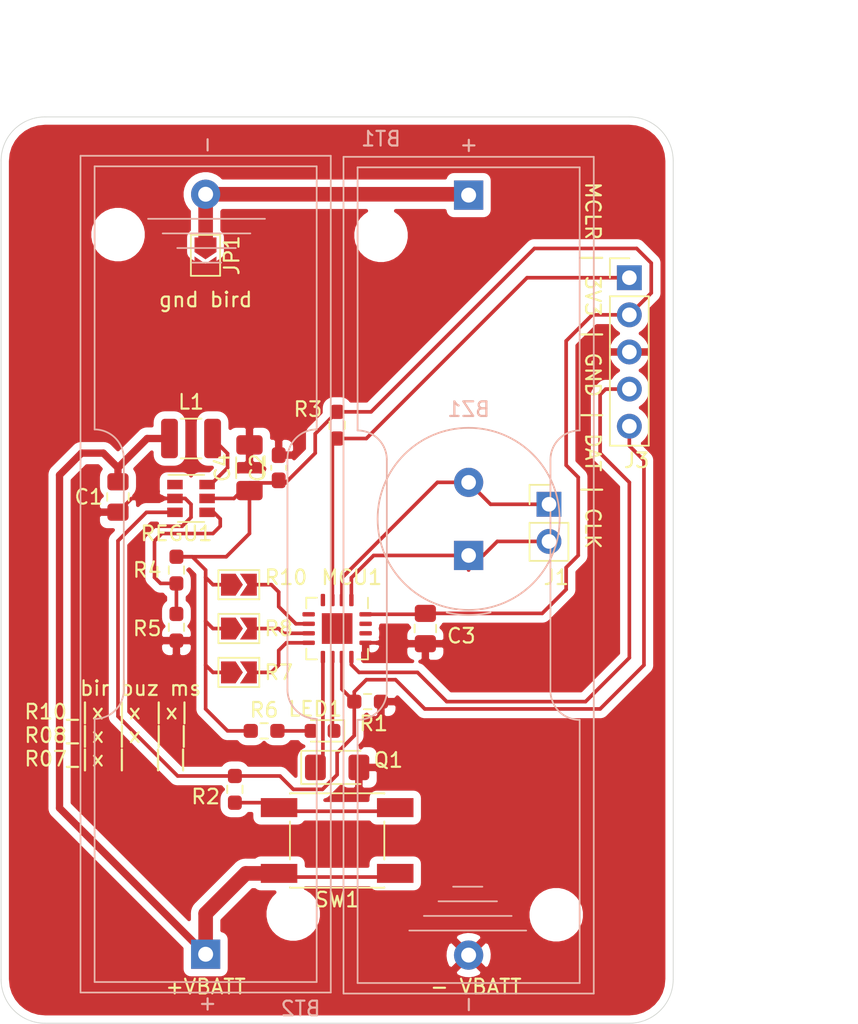
<source format=kicad_pcb>
(kicad_pcb (version 20171130) (host pcbnew "(5.1.9)-1")

  (general
    (thickness 1.6)
    (drawings 19)
    (tracks 161)
    (zones 0)
    (modules 25)
    (nets 22)
  )

  (page A4 portrait)
  (title_block
    (title "Stop BBM")
    (date 2021-03-29)
    (rev E0C0R0)
    (company ADTP)
  )

  (layers
    (0 F.Cu signal)
    (31 B.Cu signal)
    (32 B.Adhes user)
    (33 F.Adhes user)
    (34 B.Paste user)
    (35 F.Paste user)
    (36 B.SilkS user)
    (37 F.SilkS user)
    (38 B.Mask user)
    (39 F.Mask user)
    (40 Dwgs.User user)
    (41 Cmts.User user)
    (42 Eco1.User user)
    (43 Eco2.User user)
    (44 Edge.Cuts user)
    (45 Margin user)
    (46 B.CrtYd user hide)
    (47 F.CrtYd user hide)
    (48 B.Fab user hide)
    (49 F.Fab user hide)
  )

  (setup
    (last_trace_width 0.25)
    (user_trace_width 0.5)
    (user_trace_width 1)
    (trace_clearance 0.2)
    (zone_clearance 0.508)
    (zone_45_only no)
    (trace_min 0.2)
    (via_size 0.8)
    (via_drill 0.4)
    (via_min_size 0.4)
    (via_min_drill 0.3)
    (uvia_size 0.3)
    (uvia_drill 0.1)
    (uvias_allowed no)
    (uvia_min_size 0.2)
    (uvia_min_drill 0.1)
    (edge_width 0.05)
    (segment_width 0.2)
    (pcb_text_width 0.3)
    (pcb_text_size 1.5 1.5)
    (mod_edge_width 0.12)
    (mod_text_size 1 1)
    (mod_text_width 0.15)
    (pad_size 2.5 1.3)
    (pad_drill 0)
    (pad_to_mask_clearance 0)
    (aux_axis_origin 82 167)
    (grid_origin 82 167)
    (visible_elements 7FFFFFFF)
    (pcbplotparams
      (layerselection 0x010fc_ffffffff)
      (usegerberextensions false)
      (usegerberattributes true)
      (usegerberadvancedattributes true)
      (creategerberjobfile true)
      (excludeedgelayer true)
      (linewidth 0.100000)
      (plotframeref false)
      (viasonmask false)
      (mode 1)
      (useauxorigin false)
      (hpglpennumber 1)
      (hpglpenspeed 20)
      (hpglpendiameter 15.000000)
      (psnegative false)
      (psa4output false)
      (plotreference true)
      (plotvalue true)
      (plotinvisibletext false)
      (padsonsilk false)
      (subtractmaskfromsilk false)
      (outputformat 1)
      (mirror false)
      (drillshape 1)
      (scaleselection 1)
      (outputdirectory ""))
  )

  (net 0 "")
  (net 1 Vbatt)
  (net 2 GND)
  (net 3 REG_EN)
  (net 4 "Net-(L1-Pad2)")
  (net 5 "Net-(LED1-Pad2)")
  (net 6 "Net-(MCU1-Pad4)")
  (net 7 "Net-(MCU1-Pad5)")
  (net 8 "Net-(R2-Pad1)")
  (net 9 "Net-(R4-Pad2)")
  (net 10 "Net-(REGU1-Pad1)")
  (net 11 "Net-(BT1-Pad1)")
  (net 12 /buzz+)
  (net 13 /buzz-)
  (net 14 /MCLR)
  (net 15 /icspdat)
  (net 16 /led)
  (net 17 /chx2)
  (net 18 /chx1)
  (net 19 /chx3)
  (net 20 +3V3_5V)
  (net 21 "Net-(MCU1-Pad9)")

  (net_class Default "This is the default net class."
    (clearance 0.2)
    (trace_width 0.25)
    (via_dia 0.8)
    (via_drill 0.4)
    (uvia_dia 0.3)
    (uvia_drill 0.1)
    (add_net +3V3_5V)
    (add_net /MCLR)
    (add_net /buzz+)
    (add_net /buzz-)
    (add_net /chx1)
    (add_net /chx2)
    (add_net /chx3)
    (add_net /icspdat)
    (add_net /led)
    (add_net GND)
    (add_net "Net-(BT1-Pad1)")
    (add_net "Net-(L1-Pad2)")
    (add_net "Net-(LED1-Pad2)")
    (add_net "Net-(MCU1-Pad4)")
    (add_net "Net-(MCU1-Pad5)")
    (add_net "Net-(MCU1-Pad9)")
    (add_net "Net-(R2-Pad1)")
    (add_net "Net-(R4-Pad2)")
    (add_net "Net-(REGU1-Pad1)")
    (add_net REG_EN)
    (add_net Vbatt)
  )

  (module Battery:BatteryHolder_Keystone_2460_1xAA locked (layer B.Cu) (tedit 5DBEA3CC) (tstamp 605D29A5)
    (at 111 113.35 270)
    (descr https://www.keyelco.com/product-pdf.cfm?p=1025)
    (tags "AA battery cell holder")
    (path /605E8C9A)
    (fp_text reference BT1 (at -3.85 6 180) (layer B.SilkS)
      (effects (font (size 1 1) (thickness 0.15)) (justify mirror))
    )
    (fp_text value "AA - 1,5V" (at 24.5 0 270) (layer B.Fab)
      (effects (font (size 1 1) (thickness 0.15)) (justify mirror))
    )
    (fp_line (start 33.9 -5.6) (end 18.1 -5.6) (layer B.SilkS) (width 0.12))
    (fp_line (start 18.1 5.6) (end 33.9 5.6) (layer B.SilkS) (width 0.12))
    (fp_line (start 35.9 -7.6) (end 53.9 -7.6) (layer B.SilkS) (width 0.12))
    (fp_line (start 35.9 7.6) (end 53.9 7.6) (layer B.SilkS) (width 0.12))
    (fp_line (start -1.9 7.6) (end 16.1 7.6) (layer B.SilkS) (width 0.12))
    (fp_line (start 53.9 7.6) (end 53.9 -7.6) (layer B.SilkS) (width 0.12))
    (fp_line (start -1.9 -7.6) (end 16.1 -7.6) (layer B.SilkS) (width 0.12))
    (fp_line (start -1.9 7.6) (end -1.9 -7.6) (layer B.SilkS) (width 0.12))
    (fp_line (start -2.62 8.565) (end 54.62 8.565) (layer B.SilkS) (width 0.12))
    (fp_line (start -2.62 -8.565) (end -2.62 8.565) (layer B.SilkS) (width 0.12))
    (fp_line (start 54.62 -8.565) (end -2.62 -8.565) (layer B.SilkS) (width 0.12))
    (fp_line (start 54.62 8.565) (end 54.62 -8.565) (layer B.SilkS) (width 0.12))
    (fp_line (start 47.31 1.06) (end 47.31 -0.94) (layer B.SilkS) (width 0.12))
    (fp_line (start 50.31 4.06) (end 50.31 -3.94) (layer B.SilkS) (width 0.12))
    (fp_line (start 49.31 -2.94) (end 49.31 3.06) (layer B.SilkS) (width 0.12))
    (fp_line (start 48.31 2.06) (end 48.31 -1.94) (layer B.SilkS) (width 0.12))
    (fp_line (start 54.75 -8.7) (end -2.75 -8.7) (layer B.CrtYd) (width 0.05))
    (fp_line (start 54.75 8.7) (end 54.75 -8.7) (layer B.CrtYd) (width 0.05))
    (fp_line (start -2.75 8.7) (end 54.75 8.7) (layer B.CrtYd) (width 0.05))
    (fp_line (start -2.75 -8.7) (end -2.75 8.7) (layer B.CrtYd) (width 0.05))
    (fp_line (start 54.5 8.445) (end -2.5 8.445) (layer B.Fab) (width 0.1))
    (fp_line (start -2.5 8.445) (end -2.5 -8.445) (layer B.Fab) (width 0.1))
    (fp_line (start -2.5 -8.445) (end 54.5 -8.445) (layer B.Fab) (width 0.1))
    (fp_line (start 54.5 -8.445) (end 54.5 8.445) (layer B.Fab) (width 0.1))
    (fp_text user + (at -3.4 0.06 90) (layer B.SilkS)
      (effects (font (size 1 1) (thickness 0.15)) (justify mirror))
    )
    (fp_text user - (at 55.37 0.06 90) (layer B.SilkS)
      (effects (font (size 1 1) (thickness 0.15)) (justify mirror))
    )
    (fp_text user %R (at 0.01 0.06 90) (layer B.Fab)
      (effects (font (size 1 1) (thickness 0.15)) (justify mirror))
    )
    (fp_arc (start 18.1 -7.6) (end 18.1 -5.6) (angle 90) (layer B.SilkS) (width 0.12))
    (fp_arc (start 33.9 -7.6) (end 35.9 -7.6) (angle 90) (layer B.SilkS) (width 0.12))
    (fp_arc (start 33.9 7.6) (end 33.9 5.6) (angle 90) (layer B.SilkS) (width 0.12))
    (fp_arc (start 18.1 7.6) (end 16.1 7.6) (angle 90) (layer B.SilkS) (width 0.12))
    (pad 1 thru_hole rect (at 0 0 90) (size 2 2) (drill 1.02) (layers *.Cu *.Mask)
      (net 11 "Net-(BT1-Pad1)"))
    (pad 2 thru_hole circle (at 51.99 0 90) (size 2 2) (drill 1.02) (layers *.Cu *.Mask)
      (net 2 GND))
    (pad "" np_thru_hole circle (at 49.23 -5.995 270) (size 2.64 2.64) (drill 2.64) (layers *.Cu *.Mask))
    (pad "" np_thru_hole circle (at 2.75 5.995 180) (size 2.64 2.64) (drill 2.64) (layers *.Cu *.Mask))
    (model ${KISYS3DMOD}/Battery.3dshapes/BatteryHolder_Keystone_2460_1xAA.wrl
      (at (xyz 0 0 0))
      (scale (xyz 1 1 1))
      (rotate (xyz 0 0 0))
    )
    (model C:/Users/be/Documents/kicad/librairie_perso/packages3d_perso/keystone/keystone-PN2460.STEP
      (offset (xyz 23.1 0.75 10.5))
      (scale (xyz 1 1 1))
      (rotate (xyz -90 0 0))
    )
  )

  (module Battery:BatteryHolder_Keystone_2460_1xAA locked (layer B.Cu) (tedit 5DBEA3CC) (tstamp 605D29CC)
    (at 93 165.28 90)
    (descr https://www.keyelco.com/product-pdf.cfm?p=1025)
    (tags "AA battery cell holder")
    (path /605FCB7B)
    (fp_text reference BT2 (at -3.72 6.5 180) (layer B.SilkS)
      (effects (font (size 1 1) (thickness 0.15)) (justify mirror))
    )
    (fp_text value "AA - 1,5V" (at 24.5 0 -90) (layer B.Fab)
      (effects (font (size 1 1) (thickness 0.15)) (justify mirror))
    )
    (fp_line (start 54.5 -8.445) (end 54.5 8.445) (layer B.Fab) (width 0.1))
    (fp_line (start -2.5 -8.445) (end 54.5 -8.445) (layer B.Fab) (width 0.1))
    (fp_line (start -2.5 8.445) (end -2.5 -8.445) (layer B.Fab) (width 0.1))
    (fp_line (start 54.5 8.445) (end -2.5 8.445) (layer B.Fab) (width 0.1))
    (fp_line (start -2.75 -8.7) (end -2.75 8.7) (layer B.CrtYd) (width 0.05))
    (fp_line (start -2.75 8.7) (end 54.75 8.7) (layer B.CrtYd) (width 0.05))
    (fp_line (start 54.75 8.7) (end 54.75 -8.7) (layer B.CrtYd) (width 0.05))
    (fp_line (start 54.75 -8.7) (end -2.75 -8.7) (layer B.CrtYd) (width 0.05))
    (fp_line (start 48.31 2.06) (end 48.31 -1.94) (layer B.SilkS) (width 0.12))
    (fp_line (start 49.31 -2.94) (end 49.31 3.06) (layer B.SilkS) (width 0.12))
    (fp_line (start 50.31 4.06) (end 50.31 -3.94) (layer B.SilkS) (width 0.12))
    (fp_line (start 47.31 1.06) (end 47.31 -0.94) (layer B.SilkS) (width 0.12))
    (fp_line (start 54.62 8.565) (end 54.62 -8.565) (layer B.SilkS) (width 0.12))
    (fp_line (start 54.62 -8.565) (end -2.62 -8.565) (layer B.SilkS) (width 0.12))
    (fp_line (start -2.62 -8.565) (end -2.62 8.565) (layer B.SilkS) (width 0.12))
    (fp_line (start -2.62 8.565) (end 54.62 8.565) (layer B.SilkS) (width 0.12))
    (fp_line (start -1.9 7.6) (end -1.9 -7.6) (layer B.SilkS) (width 0.12))
    (fp_line (start -1.9 -7.6) (end 16.1 -7.6) (layer B.SilkS) (width 0.12))
    (fp_line (start 53.9 7.6) (end 53.9 -7.6) (layer B.SilkS) (width 0.12))
    (fp_line (start -1.9 7.6) (end 16.1 7.6) (layer B.SilkS) (width 0.12))
    (fp_line (start 35.9 7.6) (end 53.9 7.6) (layer B.SilkS) (width 0.12))
    (fp_line (start 35.9 -7.6) (end 53.9 -7.6) (layer B.SilkS) (width 0.12))
    (fp_line (start 18.1 5.6) (end 33.9 5.6) (layer B.SilkS) (width 0.12))
    (fp_line (start 33.9 -5.6) (end 18.1 -5.6) (layer B.SilkS) (width 0.12))
    (fp_arc (start 18.1 7.6) (end 16.1 7.6) (angle 90) (layer B.SilkS) (width 0.12))
    (fp_arc (start 33.9 7.6) (end 33.9 5.6) (angle 90) (layer B.SilkS) (width 0.12))
    (fp_arc (start 33.9 -7.6) (end 35.9 -7.6) (angle 90) (layer B.SilkS) (width 0.12))
    (fp_arc (start 18.1 -7.6) (end 18.1 -5.6) (angle 90) (layer B.SilkS) (width 0.12))
    (fp_text user %R (at 0.01 0.06 90) (layer B.Fab)
      (effects (font (size 1 1) (thickness 0.15)) (justify mirror))
    )
    (fp_text user - (at 55.37 0.06 90) (layer B.SilkS)
      (effects (font (size 1 1) (thickness 0.15)) (justify mirror))
    )
    (fp_text user + (at -3.4 0.06 90) (layer B.SilkS)
      (effects (font (size 1 1) (thickness 0.15)) (justify mirror))
    )
    (pad "" np_thru_hole circle (at 2.75 5.995) (size 2.64 2.64) (drill 2.64) (layers *.Cu *.Mask))
    (pad "" np_thru_hole circle (at 49.23 -5.995 90) (size 2.64 2.64) (drill 2.64) (layers *.Cu *.Mask))
    (pad 2 thru_hole circle (at 51.99 0 270) (size 2 2) (drill 1.02) (layers *.Cu *.Mask)
      (net 11 "Net-(BT1-Pad1)"))
    (pad 1 thru_hole rect (at 0 0 270) (size 2 2) (drill 1.02) (layers *.Cu *.Mask)
      (net 1 Vbatt))
    (model C:/Users/be/Documents/kicad/librairie_perso/packages3d_perso/keystone
      (at (xyz 0 0 0))
      (scale (xyz 1 1 1))
      (rotate (xyz 0 0 0))
    )
    (model C:/Users/be/Documents/kicad/librairie_perso/packages3d_perso/keystone/keystone-PN2460.STEP
      (offset (xyz 23.1 0.75 10.5))
      (scale (xyz 1 1 1))
      (rotate (xyz -90 0 0))
    )
  )

  (module Buzzer_Beeper:Buzzer_TDK_PS1240P02BT_D12.2mm_H6.5mm (layer B.Cu) (tedit 5BF1CB2D) (tstamp 605D29D9)
    (at 111 138 90)
    (descr "Buzzer, D12.2mm height 6.5mm, https://product.tdk.com/info/en/catalog/datasheets/piezoelectronic_buzzer_ps_en.pdf")
    (tags buzzer)
    (path /6065AE4E)
    (fp_text reference BZ1 (at 10 0 180) (layer B.SilkS)
      (effects (font (size 1 1) (thickness 0.15)) (justify mirror))
    )
    (fp_text value Buzzer (at 2.5 -7.31 90) (layer B.Fab)
      (effects (font (size 1 1) (thickness 0.15)) (justify mirror))
    )
    (fp_line (start -1.3 1) (end -1.3 -1) (layer B.Fab) (width 0.1))
    (fp_circle (center 2.5 0) (end 8.73 0) (layer B.SilkS) (width 0.12))
    (fp_circle (center 2.5 0) (end 3.5 0) (layer B.Fab) (width 0.1))
    (fp_circle (center 2.5 0) (end 8.6 0) (layer B.Fab) (width 0.1))
    (fp_circle (center 2.5 0) (end 8.85 0) (layer B.CrtYd) (width 0.05))
    (fp_text user %R (at 2.5 2.43 90) (layer B.Fab)
      (effects (font (size 1 1) (thickness 0.15)) (justify mirror))
    )
    (fp_arc (start 2.5 0) (end -3.9 1.5) (angle 26.38121493) (layer B.SilkS) (width 0.12))
    (pad 1 thru_hole rect (at 0 0 90) (size 2 2) (drill 1) (layers *.Cu *.Mask)
      (net 12 /buzz+))
    (pad 2 thru_hole circle (at 5 0 90) (size 2 2) (drill 1) (layers *.Cu *.Mask)
      (net 13 /buzz-))
    (model C:/Users/be/Documents/kicad/librairie_perso/packages3d_perso/Buzzer_Beeper.3dshapes/Buzzer_TDK_PS1240P02BT_D12.2mm_H6.5mm_short.wrl
      (at (xyz 0 0 0))
      (scale (xyz 0.4 0.4 0.4))
      (rotate (xyz 0 0 0))
    )
    (model C:/Users/be/Documents/kicad/librairie_perso/packages3d_perso/Buzzer_Beeper.3dshapes/Buzzer_TDK_PS1240P02BT_D12.2mm_H6.5mm_short.wrl
      (at (xyz 0 0 0))
      (scale (xyz 0.4 0.4 0.4))
      (rotate (xyz 0 0 0))
    )
  )

  (module Capacitor_SMD:C_0805_2012Metric_Pad1.18x1.45mm_HandSolder (layer F.Cu) (tedit 5F68FEEF) (tstamp 605D29EA)
    (at 87 134 270)
    (descr "Capacitor SMD 0805 (2012 Metric), square (rectangular) end terminal, IPC_7351 nominal with elongated pad for handsoldering. (Body size source: IPC-SM-782 page 76, https://www.pcb-3d.com/wordpress/wp-content/uploads/ipc-sm-782a_amendment_1_and_2.pdf, https://docs.google.com/spreadsheets/d/1BsfQQcO9C6DZCsRaXUlFlo91Tg2WpOkGARC1WS5S8t0/edit?usp=sharing), generated with kicad-footprint-generator")
    (tags "capacitor handsolder")
    (path /60601A95)
    (attr smd)
    (fp_text reference C1 (at 0 2) (layer F.SilkS)
      (effects (font (size 1 1) (thickness 0.15)))
    )
    (fp_text value 10uF (at 0 1.68 90) (layer F.Fab)
      (effects (font (size 1 1) (thickness 0.15)))
    )
    (fp_line (start -1 0.625) (end -1 -0.625) (layer F.Fab) (width 0.1))
    (fp_line (start -1 -0.625) (end 1 -0.625) (layer F.Fab) (width 0.1))
    (fp_line (start 1 -0.625) (end 1 0.625) (layer F.Fab) (width 0.1))
    (fp_line (start 1 0.625) (end -1 0.625) (layer F.Fab) (width 0.1))
    (fp_line (start -0.261252 -0.735) (end 0.261252 -0.735) (layer F.SilkS) (width 0.12))
    (fp_line (start -0.261252 0.735) (end 0.261252 0.735) (layer F.SilkS) (width 0.12))
    (fp_line (start -1.88 0.98) (end -1.88 -0.98) (layer F.CrtYd) (width 0.05))
    (fp_line (start -1.88 -0.98) (end 1.88 -0.98) (layer F.CrtYd) (width 0.05))
    (fp_line (start 1.88 -0.98) (end 1.88 0.98) (layer F.CrtYd) (width 0.05))
    (fp_line (start 1.88 0.98) (end -1.88 0.98) (layer F.CrtYd) (width 0.05))
    (fp_text user %R (at 0 0 90) (layer F.Fab)
      (effects (font (size 0.5 0.5) (thickness 0.08)))
    )
    (pad 2 smd roundrect (at 1.0375 0 270) (size 1.175 1.45) (layers F.Cu F.Paste F.Mask) (roundrect_rratio 0.212766)
      (net 2 GND))
    (pad 1 smd roundrect (at -1.0375 0 270) (size 1.175 1.45) (layers F.Cu F.Paste F.Mask) (roundrect_rratio 0.212766)
      (net 1 Vbatt))
    (model ${KISYS3DMOD}/Capacitor_SMD.3dshapes/C_0805_2012Metric.wrl
      (at (xyz 0 0 0))
      (scale (xyz 1 1 1))
      (rotate (xyz 0 0 0))
    )
  )

  (module Capacitor_SMD:C_0805_2012Metric_Pad1.18x1.45mm_HandSolder (layer F.Cu) (tedit 5F68FEEF) (tstamp 605D2A0C)
    (at 108.0375 143 270)
    (descr "Capacitor SMD 0805 (2012 Metric), square (rectangular) end terminal, IPC_7351 nominal with elongated pad for handsoldering. (Body size source: IPC-SM-782 page 76, https://www.pcb-3d.com/wordpress/wp-content/uploads/ipc-sm-782a_amendment_1_and_2.pdf, https://docs.google.com/spreadsheets/d/1BsfQQcO9C6DZCsRaXUlFlo91Tg2WpOkGARC1WS5S8t0/edit?usp=sharing), generated with kicad-footprint-generator")
    (tags "capacitor handsolder")
    (path /605F37EF)
    (attr smd)
    (fp_text reference C3 (at 0.5 -2.4625 180) (layer F.SilkS)
      (effects (font (size 1 1) (thickness 0.15)))
    )
    (fp_text value 100nF (at 0 1.68 90) (layer F.Fab)
      (effects (font (size 1 1) (thickness 0.15)))
    )
    (fp_line (start 1.88 0.98) (end -1.88 0.98) (layer F.CrtYd) (width 0.05))
    (fp_line (start 1.88 -0.98) (end 1.88 0.98) (layer F.CrtYd) (width 0.05))
    (fp_line (start -1.88 -0.98) (end 1.88 -0.98) (layer F.CrtYd) (width 0.05))
    (fp_line (start -1.88 0.98) (end -1.88 -0.98) (layer F.CrtYd) (width 0.05))
    (fp_line (start -0.261252 0.735) (end 0.261252 0.735) (layer F.SilkS) (width 0.12))
    (fp_line (start -0.261252 -0.735) (end 0.261252 -0.735) (layer F.SilkS) (width 0.12))
    (fp_line (start 1 0.625) (end -1 0.625) (layer F.Fab) (width 0.1))
    (fp_line (start 1 -0.625) (end 1 0.625) (layer F.Fab) (width 0.1))
    (fp_line (start -1 -0.625) (end 1 -0.625) (layer F.Fab) (width 0.1))
    (fp_line (start -1 0.625) (end -1 -0.625) (layer F.Fab) (width 0.1))
    (fp_text user %R (at 0 0 90) (layer F.Fab)
      (effects (font (size 0.5 0.5) (thickness 0.08)))
    )
    (pad 1 smd roundrect (at -1.0375 0 270) (size 1.175 1.45) (layers F.Cu F.Paste F.Mask) (roundrect_rratio 0.212766)
      (net 20 +3V3_5V))
    (pad 2 smd roundrect (at 1.0375 0 270) (size 1.175 1.45) (layers F.Cu F.Paste F.Mask) (roundrect_rratio 0.212766)
      (net 2 GND))
    (model ${KISYS3DMOD}/Capacitor_SMD.3dshapes/C_0805_2012Metric.wrl
      (at (xyz 0 0 0))
      (scale (xyz 1 1 1))
      (rotate (xyz 0 0 0))
    )
  )

  (module Connector_PinHeader_2.54mm:PinHeader_1x02_P2.54mm_Vertical (layer F.Cu) (tedit 59FED5CC) (tstamp 605D2A33)
    (at 116.5 134.5)
    (descr "Through hole straight pin header, 1x02, 2.54mm pitch, single row")
    (tags "Through hole pin header THT 1x02 2.54mm single row")
    (path /6064EA3D)
    (fp_text reference J1 (at 0.5 5) (layer F.SilkS)
      (effects (font (size 1 1) (thickness 0.15)))
    )
    (fp_text value "Haut parleur" (at 0 4.87) (layer F.Fab)
      (effects (font (size 1 1) (thickness 0.15)))
    )
    (fp_line (start 1.8 -1.8) (end -1.8 -1.8) (layer F.CrtYd) (width 0.05))
    (fp_line (start 1.8 4.35) (end 1.8 -1.8) (layer F.CrtYd) (width 0.05))
    (fp_line (start -1.8 4.35) (end 1.8 4.35) (layer F.CrtYd) (width 0.05))
    (fp_line (start -1.8 -1.8) (end -1.8 4.35) (layer F.CrtYd) (width 0.05))
    (fp_line (start -1.33 -1.33) (end 0 -1.33) (layer F.SilkS) (width 0.12))
    (fp_line (start -1.33 0) (end -1.33 -1.33) (layer F.SilkS) (width 0.12))
    (fp_line (start -1.33 1.27) (end 1.33 1.27) (layer F.SilkS) (width 0.12))
    (fp_line (start 1.33 1.27) (end 1.33 3.87) (layer F.SilkS) (width 0.12))
    (fp_line (start -1.33 1.27) (end -1.33 3.87) (layer F.SilkS) (width 0.12))
    (fp_line (start -1.33 3.87) (end 1.33 3.87) (layer F.SilkS) (width 0.12))
    (fp_line (start -1.27 -0.635) (end -0.635 -1.27) (layer F.Fab) (width 0.1))
    (fp_line (start -1.27 3.81) (end -1.27 -0.635) (layer F.Fab) (width 0.1))
    (fp_line (start 1.27 3.81) (end -1.27 3.81) (layer F.Fab) (width 0.1))
    (fp_line (start 1.27 -1.27) (end 1.27 3.81) (layer F.Fab) (width 0.1))
    (fp_line (start -0.635 -1.27) (end 1.27 -1.27) (layer F.Fab) (width 0.1))
    (fp_text user %R (at 0 -1 90) (layer F.Fab)
      (effects (font (size 1 1) (thickness 0.15)))
    )
    (pad 1 thru_hole rect (at 0 0) (size 1.7 1.7) (drill 1) (layers *.Cu *.Mask)
      (net 12 /buzz+))
    (pad 2 thru_hole oval (at 0 2.54) (size 1.7 1.7) (drill 1) (layers *.Cu *.Mask)
      (net 13 /buzz-))
    (model ${KISYS3DMOD}/Connector_PinHeader_2.54mm.3dshapes/PinHeader_1x02_P2.54mm_Vertical.wrl
      (at (xyz 0 0 0))
      (scale (xyz 1 1 1))
      (rotate (xyz 0 0 0))
    )
  )

  (module Connector_PinHeader_2.54mm:PinHeader_1x05_P2.54mm_Vertical (layer F.Cu) (tedit 59FED5CC) (tstamp 605D2A4C)
    (at 122 119)
    (descr "Through hole straight pin header, 1x05, 2.54mm pitch, single row")
    (tags "Through hole pin header THT 1x05 2.54mm single row")
    (path /605CF3EA)
    (fp_text reference J3 (at 0.5 12.5) (layer F.SilkS)
      (effects (font (size 1 1) (thickness 0.15)))
    )
    (fp_text value Conn_01x05 (at 0 12.49) (layer F.Fab)
      (effects (font (size 1 1) (thickness 0.15)))
    )
    (fp_line (start 1.8 -1.8) (end -1.8 -1.8) (layer F.CrtYd) (width 0.05))
    (fp_line (start 1.8 11.95) (end 1.8 -1.8) (layer F.CrtYd) (width 0.05))
    (fp_line (start -1.8 11.95) (end 1.8 11.95) (layer F.CrtYd) (width 0.05))
    (fp_line (start -1.8 -1.8) (end -1.8 11.95) (layer F.CrtYd) (width 0.05))
    (fp_line (start -1.33 -1.33) (end 0 -1.33) (layer F.SilkS) (width 0.12))
    (fp_line (start -1.33 0) (end -1.33 -1.33) (layer F.SilkS) (width 0.12))
    (fp_line (start -1.33 1.27) (end 1.33 1.27) (layer F.SilkS) (width 0.12))
    (fp_line (start 1.33 1.27) (end 1.33 11.49) (layer F.SilkS) (width 0.12))
    (fp_line (start -1.33 1.27) (end -1.33 11.49) (layer F.SilkS) (width 0.12))
    (fp_line (start -1.33 11.49) (end 1.33 11.49) (layer F.SilkS) (width 0.12))
    (fp_line (start -1.27 -0.635) (end -0.635 -1.27) (layer F.Fab) (width 0.1))
    (fp_line (start -1.27 11.43) (end -1.27 -0.635) (layer F.Fab) (width 0.1))
    (fp_line (start 1.27 11.43) (end -1.27 11.43) (layer F.Fab) (width 0.1))
    (fp_line (start 1.27 -1.27) (end 1.27 11.43) (layer F.Fab) (width 0.1))
    (fp_line (start -0.635 -1.27) (end 1.27 -1.27) (layer F.Fab) (width 0.1))
    (fp_text user %R (at 0 5.08 90) (layer F.Fab)
      (effects (font (size 1 1) (thickness 0.15)))
    )
    (pad 1 thru_hole rect (at 0 0) (size 1.7 1.7) (drill 1) (layers *.Cu *.Mask)
      (net 14 /MCLR))
    (pad 2 thru_hole oval (at 0 2.54) (size 1.7 1.7) (drill 1) (layers *.Cu *.Mask)
      (net 20 +3V3_5V))
    (pad 3 thru_hole oval (at 0 5.08) (size 1.7 1.7) (drill 1) (layers *.Cu *.Mask)
      (net 2 GND))
    (pad 4 thru_hole oval (at 0 7.62) (size 1.7 1.7) (drill 1) (layers *.Cu *.Mask)
      (net 15 /icspdat))
    (pad 5 thru_hole oval (at 0 10.16) (size 1.7 1.7) (drill 1) (layers *.Cu *.Mask)
      (net 3 REG_EN))
    (model ${KISYS3DMOD}/Connector_PinHeader_2.54mm.3dshapes/PinHeader_1x05_P2.54mm_Vertical_not_active.wrl
      (at (xyz 0 0 0))
      (scale (xyz 1 1 1))
      (rotate (xyz 0 0 0))
    )
  )

  (module Capacitor_SMD:C_1210_3225Metric (layer F.Cu) (tedit 5F68FEEE) (tstamp 605D2A5D)
    (at 92 130)
    (descr "Capacitor SMD 1210 (3225 Metric), square (rectangular) end terminal, IPC_7351 nominal, (Body size source: IPC-SM-782 page 76, https://www.pcb-3d.com/wordpress/wp-content/uploads/ipc-sm-782a_amendment_1_and_2.pdf), generated with kicad-footprint-generator")
    (tags capacitor)
    (path /605F028D)
    (attr smd)
    (fp_text reference L1 (at 0 -2.5) (layer F.SilkS)
      (effects (font (size 1 1) (thickness 0.15)))
    )
    (fp_text value 4,7uH (at 0 2.3) (layer F.Fab)
      (effects (font (size 1 1) (thickness 0.15)))
    )
    (fp_line (start 2.3 1.6) (end -2.3 1.6) (layer F.CrtYd) (width 0.05))
    (fp_line (start 2.3 -1.6) (end 2.3 1.6) (layer F.CrtYd) (width 0.05))
    (fp_line (start -2.3 -1.6) (end 2.3 -1.6) (layer F.CrtYd) (width 0.05))
    (fp_line (start -2.3 1.6) (end -2.3 -1.6) (layer F.CrtYd) (width 0.05))
    (fp_line (start -0.711252 1.36) (end 0.711252 1.36) (layer F.SilkS) (width 0.12))
    (fp_line (start -0.711252 -1.36) (end 0.711252 -1.36) (layer F.SilkS) (width 0.12))
    (fp_line (start 1.6 1.25) (end -1.6 1.25) (layer F.Fab) (width 0.1))
    (fp_line (start 1.6 -1.25) (end 1.6 1.25) (layer F.Fab) (width 0.1))
    (fp_line (start -1.6 -1.25) (end 1.6 -1.25) (layer F.Fab) (width 0.1))
    (fp_line (start -1.6 1.25) (end -1.6 -1.25) (layer F.Fab) (width 0.1))
    (fp_text user %R (at 0 0) (layer F.Fab)
      (effects (font (size 0.8 0.8) (thickness 0.12)))
    )
    (pad 1 smd roundrect (at -1.475 0) (size 1.15 2.7) (layers F.Cu F.Paste F.Mask) (roundrect_rratio 0.217391)
      (net 1 Vbatt))
    (pad 2 smd roundrect (at 1.475 0) (size 1.15 2.7) (layers F.Cu F.Paste F.Mask) (roundrect_rratio 0.217391)
      (net 4 "Net-(L1-Pad2)"))
    (model ${KISYS3DMOD}/Capacitor_SMD.3dshapes/C_1210_3225Metric.wrl
      (at (xyz 0 0 0))
      (scale (xyz 1 1 1))
      (rotate (xyz 0 0 0))
    )
  )

  (module LED_SMD:LED_0603_1608Metric (layer F.Cu) (tedit 5F68FEF1) (tstamp 605D2A70)
    (at 101 150 180)
    (descr "LED SMD 0603 (1608 Metric), square (rectangular) end terminal, IPC_7351 nominal, (Body size source: http://www.tortai-tech.com/upload/download/2011102023233369053.pdf), generated with kicad-footprint-generator")
    (tags LED)
    (path /605F0D0A)
    (attr smd)
    (fp_text reference LED1 (at 0.5 1.5) (layer F.SilkS)
      (effects (font (size 1 1) (thickness 0.15)))
    )
    (fp_text value LED (at 0 1.43) (layer F.Fab)
      (effects (font (size 1 1) (thickness 0.15)))
    )
    (fp_line (start 1.48 0.73) (end -1.48 0.73) (layer F.CrtYd) (width 0.05))
    (fp_line (start 1.48 -0.73) (end 1.48 0.73) (layer F.CrtYd) (width 0.05))
    (fp_line (start -1.48 -0.73) (end 1.48 -0.73) (layer F.CrtYd) (width 0.05))
    (fp_line (start -1.48 0.73) (end -1.48 -0.73) (layer F.CrtYd) (width 0.05))
    (fp_line (start -1.485 0.735) (end 0.8 0.735) (layer F.SilkS) (width 0.12))
    (fp_line (start -1.485 -0.735) (end -1.485 0.735) (layer F.SilkS) (width 0.12))
    (fp_line (start 0.8 -0.735) (end -1.485 -0.735) (layer F.SilkS) (width 0.12))
    (fp_line (start 0.8 0.4) (end 0.8 -0.4) (layer F.Fab) (width 0.1))
    (fp_line (start -0.8 0.4) (end 0.8 0.4) (layer F.Fab) (width 0.1))
    (fp_line (start -0.8 -0.1) (end -0.8 0.4) (layer F.Fab) (width 0.1))
    (fp_line (start -0.5 -0.4) (end -0.8 -0.1) (layer F.Fab) (width 0.1))
    (fp_line (start 0.8 -0.4) (end -0.5 -0.4) (layer F.Fab) (width 0.1))
    (fp_text user %R (at 0 0) (layer F.Fab)
      (effects (font (size 0.4 0.4) (thickness 0.06)))
    )
    (pad 1 smd roundrect (at -0.7875 0 180) (size 0.875 0.95) (layers F.Cu F.Paste F.Mask) (roundrect_rratio 0.25)
      (net 16 /led))
    (pad 2 smd roundrect (at 0.7875 0 180) (size 0.875 0.95) (layers F.Cu F.Paste F.Mask) (roundrect_rratio 0.25)
      (net 5 "Net-(LED1-Pad2)"))
    (model ${KISYS3DMOD}/LED_SMD.3dshapes/LED_0603_1608Metric.wrl
      (at (xyz 0 0 0))
      (scale (xyz 1 1 1))
      (rotate (xyz 0 0 0))
    )
  )

  (module Package_DFN_QFN:QFN-16-1EP_4x4mm_P0.65mm_EP2.1x2.1mm (layer F.Cu) (tedit 5DC5F6A3) (tstamp 605D2A9A)
    (at 102 143 270)
    (descr "QFN, 16 Pin (http://www.thatcorp.com/datashts/THAT_1580_Datasheet.pdf), generated with kicad-footprint-generator ipc_noLead_generator.py")
    (tags "QFN NoLead")
    (path /605D7010)
    (attr smd)
    (fp_text reference MCU1 (at -3.5 -1) (layer F.SilkS)
      (effects (font (size 1 1) (thickness 0.15)))
    )
    (fp_text value PIC16F15323-UQFN16_4x4 (at 0 3.32 90) (layer F.Fab)
      (effects (font (size 1 1) (thickness 0.15)))
    )
    (fp_line (start 2.62 -2.62) (end -2.62 -2.62) (layer F.CrtYd) (width 0.05))
    (fp_line (start 2.62 2.62) (end 2.62 -2.62) (layer F.CrtYd) (width 0.05))
    (fp_line (start -2.62 2.62) (end 2.62 2.62) (layer F.CrtYd) (width 0.05))
    (fp_line (start -2.62 -2.62) (end -2.62 2.62) (layer F.CrtYd) (width 0.05))
    (fp_line (start -2 -1) (end -1 -2) (layer F.Fab) (width 0.1))
    (fp_line (start -2 2) (end -2 -1) (layer F.Fab) (width 0.1))
    (fp_line (start 2 2) (end -2 2) (layer F.Fab) (width 0.1))
    (fp_line (start 2 -2) (end 2 2) (layer F.Fab) (width 0.1))
    (fp_line (start -1 -2) (end 2 -2) (layer F.Fab) (width 0.1))
    (fp_line (start -1.385 -2.11) (end -2.11 -2.11) (layer F.SilkS) (width 0.12))
    (fp_line (start 2.11 2.11) (end 2.11 1.385) (layer F.SilkS) (width 0.12))
    (fp_line (start 1.385 2.11) (end 2.11 2.11) (layer F.SilkS) (width 0.12))
    (fp_line (start -2.11 2.11) (end -2.11 1.385) (layer F.SilkS) (width 0.12))
    (fp_line (start -1.385 2.11) (end -2.11 2.11) (layer F.SilkS) (width 0.12))
    (fp_line (start 2.11 -2.11) (end 2.11 -1.385) (layer F.SilkS) (width 0.12))
    (fp_line (start 1.385 -2.11) (end 2.11 -2.11) (layer F.SilkS) (width 0.12))
    (fp_text user %R (at 0 0 90) (layer F.Fab)
      (effects (font (size 1 1) (thickness 0.15)))
    )
    (pad 1 smd roundrect (at -1.95 -0.975 270) (size 0.85 0.3) (layers F.Cu F.Paste F.Mask) (roundrect_rratio 0.25)
      (net 12 /buzz+))
    (pad 2 smd roundrect (at -1.95 -0.325 270) (size 0.85 0.3) (layers F.Cu F.Paste F.Mask) (roundrect_rratio 0.25)
      (net 13 /buzz-))
    (pad 3 smd roundrect (at -1.95 0.325 270) (size 0.85 0.3) (layers F.Cu F.Paste F.Mask) (roundrect_rratio 0.25)
      (net 14 /MCLR))
    (pad 4 smd roundrect (at -1.95 0.975 270) (size 0.85 0.3) (layers F.Cu F.Paste F.Mask) (roundrect_rratio 0.25)
      (net 6 "Net-(MCU1-Pad4)"))
    (pad 5 smd roundrect (at -0.975 1.95 270) (size 0.3 0.85) (layers F.Cu F.Paste F.Mask) (roundrect_rratio 0.25)
      (net 7 "Net-(MCU1-Pad5)"))
    (pad 6 smd roundrect (at -0.325 1.95 270) (size 0.3 0.85) (layers F.Cu F.Paste F.Mask) (roundrect_rratio 0.25)
      (net 19 /chx3))
    (pad 7 smd roundrect (at 0.325 1.95 270) (size 0.3 0.85) (layers F.Cu F.Paste F.Mask) (roundrect_rratio 0.25)
      (net 17 /chx2))
    (pad 8 smd roundrect (at 0.975 1.95 270) (size 0.3 0.85) (layers F.Cu F.Paste F.Mask) (roundrect_rratio 0.25)
      (net 18 /chx1))
    (pad 9 smd roundrect (at 1.95 0.975 270) (size 0.85 0.3) (layers F.Cu F.Paste F.Mask) (roundrect_rratio 0.25)
      (net 21 "Net-(MCU1-Pad9)"))
    (pad 10 smd roundrect (at 1.95 0.325 270) (size 0.85 0.3) (layers F.Cu F.Paste F.Mask) (roundrect_rratio 0.25)
      (net 16 /led))
    (pad 11 smd roundrect (at 1.95 -0.325 270) (size 0.85 0.3) (layers F.Cu F.Paste F.Mask) (roundrect_rratio 0.25)
      (net 3 REG_EN))
    (pad 12 smd roundrect (at 1.95 -0.975 270) (size 0.85 0.3) (layers F.Cu F.Paste F.Mask) (roundrect_rratio 0.25)
      (net 15 /icspdat))
    (pad 13 smd roundrect (at 0.975 -1.95 270) (size 0.3 0.85) (layers F.Cu F.Paste F.Mask) (roundrect_rratio 0.25)
      (net 2 GND))
    (pad 14 smd roundrect (at 0.325 -1.95 270) (size 0.3 0.85) (layers F.Cu F.Paste F.Mask) (roundrect_rratio 0.25))
    (pad 15 smd roundrect (at -0.325 -1.95 270) (size 0.3 0.85) (layers F.Cu F.Paste F.Mask) (roundrect_rratio 0.25))
    (pad 16 smd roundrect (at -0.975 -1.95 270) (size 0.3 0.85) (layers F.Cu F.Paste F.Mask) (roundrect_rratio 0.25)
      (net 20 +3V3_5V))
    (pad 17 smd rect (at 0 0 270) (size 2.1 2.1) (layers F.Cu F.Mask))
    (pad "" smd roundrect (at -0.525 -0.525 270) (size 0.85 0.85) (layers F.Paste) (roundrect_rratio 0.25))
    (pad "" smd roundrect (at -0.525 0.525 270) (size 0.85 0.85) (layers F.Paste) (roundrect_rratio 0.25))
    (pad "" smd roundrect (at 0.525 -0.525 270) (size 0.85 0.85) (layers F.Paste) (roundrect_rratio 0.25))
    (pad "" smd roundrect (at 0.525 0.525 270) (size 0.85 0.85) (layers F.Paste) (roundrect_rratio 0.25))
    (model ${KISYS3DMOD}/Package_DFN_QFN.3dshapes/QFN-16-1EP_4x4mm_P0.65mm_EP2.1x2.1mm.wrl
      (at (xyz 0 0 0))
      (scale (xyz 1 1 1))
      (rotate (xyz 0 0 0))
    )
  )

  (module Resistor_SMD:R_0603_1608Metric_Pad0.98x0.95mm_HandSolder (layer F.Cu) (tedit 5F68FEEE) (tstamp 605D2AAB)
    (at 104.0875 148)
    (descr "Resistor SMD 0603 (1608 Metric), square (rectangular) end terminal, IPC_7351 nominal with elongated pad for handsoldering. (Body size source: IPC-SM-782 page 72, https://www.pcb-3d.com/wordpress/wp-content/uploads/ipc-sm-782a_amendment_1_and_2.pdf), generated with kicad-footprint-generator")
    (tags "resistor handsolder")
    (path /605EFC38)
    (attr smd)
    (fp_text reference R1 (at 0.4125 1.5) (layer F.SilkS)
      (effects (font (size 1 1) (thickness 0.15)))
    )
    (fp_text value 470K (at 0 1.43) (layer F.Fab)
      (effects (font (size 1 1) (thickness 0.15)))
    )
    (fp_line (start -0.8 0.4125) (end -0.8 -0.4125) (layer F.Fab) (width 0.1))
    (fp_line (start -0.8 -0.4125) (end 0.8 -0.4125) (layer F.Fab) (width 0.1))
    (fp_line (start 0.8 -0.4125) (end 0.8 0.4125) (layer F.Fab) (width 0.1))
    (fp_line (start 0.8 0.4125) (end -0.8 0.4125) (layer F.Fab) (width 0.1))
    (fp_line (start -0.254724 -0.5225) (end 0.254724 -0.5225) (layer F.SilkS) (width 0.12))
    (fp_line (start -0.254724 0.5225) (end 0.254724 0.5225) (layer F.SilkS) (width 0.12))
    (fp_line (start -1.65 0.73) (end -1.65 -0.73) (layer F.CrtYd) (width 0.05))
    (fp_line (start -1.65 -0.73) (end 1.65 -0.73) (layer F.CrtYd) (width 0.05))
    (fp_line (start 1.65 -0.73) (end 1.65 0.73) (layer F.CrtYd) (width 0.05))
    (fp_line (start 1.65 0.73) (end -1.65 0.73) (layer F.CrtYd) (width 0.05))
    (fp_text user %R (at 0 0) (layer F.Fab)
      (effects (font (size 0.4 0.4) (thickness 0.06)))
    )
    (pad 2 smd roundrect (at 0.9125 0) (size 0.975 0.95) (layers F.Cu F.Paste F.Mask) (roundrect_rratio 0.25)
      (net 2 GND))
    (pad 1 smd roundrect (at -0.9125 0) (size 0.975 0.95) (layers F.Cu F.Paste F.Mask) (roundrect_rratio 0.25)
      (net 3 REG_EN))
    (model ${KISYS3DMOD}/Resistor_SMD.3dshapes/R_0603_1608Metric.wrl
      (at (xyz 0 0 0))
      (scale (xyz 1 1 1))
      (rotate (xyz 0 0 0))
    )
  )

  (module Resistor_SMD:R_0603_1608Metric_Pad0.98x0.95mm_HandSolder (layer F.Cu) (tedit 5F68FEEE) (tstamp 605D2ABC)
    (at 95 154 90)
    (descr "Resistor SMD 0603 (1608 Metric), square (rectangular) end terminal, IPC_7351 nominal with elongated pad for handsoldering. (Body size source: IPC-SM-782 page 72, https://www.pcb-3d.com/wordpress/wp-content/uploads/ipc-sm-782a_amendment_1_and_2.pdf), generated with kicad-footprint-generator")
    (tags "resistor handsolder")
    (path /605EF9D7)
    (attr smd)
    (fp_text reference R2 (at -0.5 -2) (layer F.SilkS)
      (effects (font (size 1 1) (thickness 0.15)))
    )
    (fp_text value 4,7K (at 0 1.43 90) (layer F.Fab)
      (effects (font (size 1 1) (thickness 0.15)))
    )
    (fp_line (start 1.65 0.73) (end -1.65 0.73) (layer F.CrtYd) (width 0.05))
    (fp_line (start 1.65 -0.73) (end 1.65 0.73) (layer F.CrtYd) (width 0.05))
    (fp_line (start -1.65 -0.73) (end 1.65 -0.73) (layer F.CrtYd) (width 0.05))
    (fp_line (start -1.65 0.73) (end -1.65 -0.73) (layer F.CrtYd) (width 0.05))
    (fp_line (start -0.254724 0.5225) (end 0.254724 0.5225) (layer F.SilkS) (width 0.12))
    (fp_line (start -0.254724 -0.5225) (end 0.254724 -0.5225) (layer F.SilkS) (width 0.12))
    (fp_line (start 0.8 0.4125) (end -0.8 0.4125) (layer F.Fab) (width 0.1))
    (fp_line (start 0.8 -0.4125) (end 0.8 0.4125) (layer F.Fab) (width 0.1))
    (fp_line (start -0.8 -0.4125) (end 0.8 -0.4125) (layer F.Fab) (width 0.1))
    (fp_line (start -0.8 0.4125) (end -0.8 -0.4125) (layer F.Fab) (width 0.1))
    (fp_text user %R (at 0 0 90) (layer F.Fab)
      (effects (font (size 0.4 0.4) (thickness 0.06)))
    )
    (pad 1 smd roundrect (at -0.9125 0 90) (size 0.975 0.95) (layers F.Cu F.Paste F.Mask) (roundrect_rratio 0.25)
      (net 8 "Net-(R2-Pad1)"))
    (pad 2 smd roundrect (at 0.9125 0 90) (size 0.975 0.95) (layers F.Cu F.Paste F.Mask) (roundrect_rratio 0.25)
      (net 3 REG_EN))
    (model ${KISYS3DMOD}/Resistor_SMD.3dshapes/R_0603_1608Metric.wrl
      (at (xyz 0 0 0))
      (scale (xyz 1 1 1))
      (rotate (xyz 0 0 0))
    )
  )

  (module Resistor_SMD:R_0603_1608Metric_Pad0.98x0.95mm_HandSolder (layer F.Cu) (tedit 5F68FEEE) (tstamp 605D2ACD)
    (at 102 129.0875 270)
    (descr "Resistor SMD 0603 (1608 Metric), square (rectangular) end terminal, IPC_7351 nominal with elongated pad for handsoldering. (Body size source: IPC-SM-782 page 72, https://www.pcb-3d.com/wordpress/wp-content/uploads/ipc-sm-782a_amendment_1_and_2.pdf), generated with kicad-footprint-generator")
    (tags "resistor handsolder")
    (path /60607DAF)
    (attr smd)
    (fp_text reference R3 (at -1.0875 2 180) (layer F.SilkS)
      (effects (font (size 1 1) (thickness 0.15)))
    )
    (fp_text value 470K (at 0 1.43 90) (layer F.Fab)
      (effects (font (size 1 1) (thickness 0.15)))
    )
    (fp_line (start 1.65 0.73) (end -1.65 0.73) (layer F.CrtYd) (width 0.05))
    (fp_line (start 1.65 -0.73) (end 1.65 0.73) (layer F.CrtYd) (width 0.05))
    (fp_line (start -1.65 -0.73) (end 1.65 -0.73) (layer F.CrtYd) (width 0.05))
    (fp_line (start -1.65 0.73) (end -1.65 -0.73) (layer F.CrtYd) (width 0.05))
    (fp_line (start -0.254724 0.5225) (end 0.254724 0.5225) (layer F.SilkS) (width 0.12))
    (fp_line (start -0.254724 -0.5225) (end 0.254724 -0.5225) (layer F.SilkS) (width 0.12))
    (fp_line (start 0.8 0.4125) (end -0.8 0.4125) (layer F.Fab) (width 0.1))
    (fp_line (start 0.8 -0.4125) (end 0.8 0.4125) (layer F.Fab) (width 0.1))
    (fp_line (start -0.8 -0.4125) (end 0.8 -0.4125) (layer F.Fab) (width 0.1))
    (fp_line (start -0.8 0.4125) (end -0.8 -0.4125) (layer F.Fab) (width 0.1))
    (fp_text user %R (at 0 0 90) (layer F.Fab)
      (effects (font (size 0.4 0.4) (thickness 0.06)))
    )
    (pad 1 smd roundrect (at -0.9125 0 270) (size 0.975 0.95) (layers F.Cu F.Paste F.Mask) (roundrect_rratio 0.25)
      (net 20 +3V3_5V))
    (pad 2 smd roundrect (at 0.9125 0 270) (size 0.975 0.95) (layers F.Cu F.Paste F.Mask) (roundrect_rratio 0.25)
      (net 14 /MCLR))
    (model ${KISYS3DMOD}/Resistor_SMD.3dshapes/R_0603_1608Metric.wrl
      (at (xyz 0 0 0))
      (scale (xyz 1 1 1))
      (rotate (xyz 0 0 0))
    )
  )

  (module Resistor_SMD:R_0603_1608Metric_Pad0.98x0.95mm_HandSolder (layer F.Cu) (tedit 5F68FEEE) (tstamp 605D2ADE)
    (at 91 139 270)
    (descr "Resistor SMD 0603 (1608 Metric), square (rectangular) end terminal, IPC_7351 nominal with elongated pad for handsoldering. (Body size source: IPC-SM-782 page 72, https://www.pcb-3d.com/wordpress/wp-content/uploads/ipc-sm-782a_amendment_1_and_2.pdf), generated with kicad-footprint-generator")
    (tags "resistor handsolder")
    (path /605E95FB)
    (attr smd)
    (fp_text reference R4 (at 0 2 180) (layer F.SilkS)
      (effects (font (size 1 1) (thickness 0.15)))
    )
    (fp_text value 976K (at 0 1.43 90) (layer F.Fab)
      (effects (font (size 1 1) (thickness 0.15)))
    )
    (fp_line (start -0.8 0.4125) (end -0.8 -0.4125) (layer F.Fab) (width 0.1))
    (fp_line (start -0.8 -0.4125) (end 0.8 -0.4125) (layer F.Fab) (width 0.1))
    (fp_line (start 0.8 -0.4125) (end 0.8 0.4125) (layer F.Fab) (width 0.1))
    (fp_line (start 0.8 0.4125) (end -0.8 0.4125) (layer F.Fab) (width 0.1))
    (fp_line (start -0.254724 -0.5225) (end 0.254724 -0.5225) (layer F.SilkS) (width 0.12))
    (fp_line (start -0.254724 0.5225) (end 0.254724 0.5225) (layer F.SilkS) (width 0.12))
    (fp_line (start -1.65 0.73) (end -1.65 -0.73) (layer F.CrtYd) (width 0.05))
    (fp_line (start -1.65 -0.73) (end 1.65 -0.73) (layer F.CrtYd) (width 0.05))
    (fp_line (start 1.65 -0.73) (end 1.65 0.73) (layer F.CrtYd) (width 0.05))
    (fp_line (start 1.65 0.73) (end -1.65 0.73) (layer F.CrtYd) (width 0.05))
    (fp_text user %R (at 0 0 90) (layer F.Fab)
      (effects (font (size 0.4 0.4) (thickness 0.06)))
    )
    (pad 2 smd roundrect (at 0.9125 0 270) (size 0.975 0.95) (layers F.Cu F.Paste F.Mask) (roundrect_rratio 0.25)
      (net 9 "Net-(R4-Pad2)"))
    (pad 1 smd roundrect (at -0.9125 0 270) (size 0.975 0.95) (layers F.Cu F.Paste F.Mask) (roundrect_rratio 0.25)
      (net 20 +3V3_5V))
    (model ${KISYS3DMOD}/Resistor_SMD.3dshapes/R_0603_1608Metric.wrl
      (at (xyz 0 0 0))
      (scale (xyz 1 1 1))
      (rotate (xyz 0 0 0))
    )
  )

  (module Resistor_SMD:R_0603_1608Metric_Pad0.98x0.95mm_HandSolder (layer F.Cu) (tedit 5F68FEEE) (tstamp 605D2AEF)
    (at 91 142.9125 270)
    (descr "Resistor SMD 0603 (1608 Metric), square (rectangular) end terminal, IPC_7351 nominal with elongated pad for handsoldering. (Body size source: IPC-SM-782 page 72, https://www.pcb-3d.com/wordpress/wp-content/uploads/ipc-sm-782a_amendment_1_and_2.pdf), generated with kicad-footprint-generator")
    (tags "resistor handsolder")
    (path /605EF456)
    (attr smd)
    (fp_text reference R5 (at 0.0875 2 180) (layer F.SilkS)
      (effects (font (size 1 1) (thickness 0.15)))
    )
    (fp_text value 312K (at 0 1.43 90) (layer F.Fab)
      (effects (font (size 1 1) (thickness 0.15)))
    )
    (fp_line (start -0.8 0.4125) (end -0.8 -0.4125) (layer F.Fab) (width 0.1))
    (fp_line (start -0.8 -0.4125) (end 0.8 -0.4125) (layer F.Fab) (width 0.1))
    (fp_line (start 0.8 -0.4125) (end 0.8 0.4125) (layer F.Fab) (width 0.1))
    (fp_line (start 0.8 0.4125) (end -0.8 0.4125) (layer F.Fab) (width 0.1))
    (fp_line (start -0.254724 -0.5225) (end 0.254724 -0.5225) (layer F.SilkS) (width 0.12))
    (fp_line (start -0.254724 0.5225) (end 0.254724 0.5225) (layer F.SilkS) (width 0.12))
    (fp_line (start -1.65 0.73) (end -1.65 -0.73) (layer F.CrtYd) (width 0.05))
    (fp_line (start -1.65 -0.73) (end 1.65 -0.73) (layer F.CrtYd) (width 0.05))
    (fp_line (start 1.65 -0.73) (end 1.65 0.73) (layer F.CrtYd) (width 0.05))
    (fp_line (start 1.65 0.73) (end -1.65 0.73) (layer F.CrtYd) (width 0.05))
    (fp_text user %R (at 0 0 90) (layer F.Fab)
      (effects (font (size 0.4 0.4) (thickness 0.06)))
    )
    (pad 2 smd roundrect (at 0.9125 0 270) (size 0.975 0.95) (layers F.Cu F.Paste F.Mask) (roundrect_rratio 0.25)
      (net 2 GND))
    (pad 1 smd roundrect (at -0.9125 0 270) (size 0.975 0.95) (layers F.Cu F.Paste F.Mask) (roundrect_rratio 0.25)
      (net 9 "Net-(R4-Pad2)"))
    (model ${KISYS3DMOD}/Resistor_SMD.3dshapes/R_0603_1608Metric.wrl
      (at (xyz 0 0 0))
      (scale (xyz 1 1 1))
      (rotate (xyz 0 0 0))
    )
  )

  (module Resistor_SMD:R_0603_1608Metric_Pad0.98x0.95mm_HandSolder (layer F.Cu) (tedit 5F68FEEE) (tstamp 605D2B00)
    (at 97 150)
    (descr "Resistor SMD 0603 (1608 Metric), square (rectangular) end terminal, IPC_7351 nominal with elongated pad for handsoldering. (Body size source: IPC-SM-782 page 72, https://www.pcb-3d.com/wordpress/wp-content/uploads/ipc-sm-782a_amendment_1_and_2.pdf), generated with kicad-footprint-generator")
    (tags "resistor handsolder")
    (path /605F25C4)
    (attr smd)
    (fp_text reference R6 (at 0 -1.43) (layer F.SilkS)
      (effects (font (size 1 1) (thickness 0.15)))
    )
    (fp_text value 150 (at 0 1.43) (layer F.Fab)
      (effects (font (size 1 1) (thickness 0.15)))
    )
    (fp_line (start 1.65 0.73) (end -1.65 0.73) (layer F.CrtYd) (width 0.05))
    (fp_line (start 1.65 -0.73) (end 1.65 0.73) (layer F.CrtYd) (width 0.05))
    (fp_line (start -1.65 -0.73) (end 1.65 -0.73) (layer F.CrtYd) (width 0.05))
    (fp_line (start -1.65 0.73) (end -1.65 -0.73) (layer F.CrtYd) (width 0.05))
    (fp_line (start -0.254724 0.5225) (end 0.254724 0.5225) (layer F.SilkS) (width 0.12))
    (fp_line (start -0.254724 -0.5225) (end 0.254724 -0.5225) (layer F.SilkS) (width 0.12))
    (fp_line (start 0.8 0.4125) (end -0.8 0.4125) (layer F.Fab) (width 0.1))
    (fp_line (start 0.8 -0.4125) (end 0.8 0.4125) (layer F.Fab) (width 0.1))
    (fp_line (start -0.8 -0.4125) (end 0.8 -0.4125) (layer F.Fab) (width 0.1))
    (fp_line (start -0.8 0.4125) (end -0.8 -0.4125) (layer F.Fab) (width 0.1))
    (fp_text user %R (at 0 0) (layer F.Fab)
      (effects (font (size 0.4 0.4) (thickness 0.06)))
    )
    (pad 1 smd roundrect (at -0.9125 0) (size 0.975 0.95) (layers F.Cu F.Paste F.Mask) (roundrect_rratio 0.25)
      (net 20 +3V3_5V))
    (pad 2 smd roundrect (at 0.9125 0) (size 0.975 0.95) (layers F.Cu F.Paste F.Mask) (roundrect_rratio 0.25)
      (net 5 "Net-(LED1-Pad2)"))
    (model ${KISYS3DMOD}/Resistor_SMD.3dshapes/R_0603_1608Metric.wrl
      (at (xyz 0 0 0))
      (scale (xyz 1 1 1))
      (rotate (xyz 0 0 0))
    )
  )

  (module Package_TO_SOT_SMD:SOT-23-6 (layer F.Cu) (tedit 5A02FF57) (tstamp 605D2B16)
    (at 92 134.1)
    (descr "6-pin SOT-23 package")
    (tags SOT-23-6)
    (path /605E55B6)
    (attr smd)
    (fp_text reference REGU1 (at -1 2.4) (layer F.SilkS)
      (effects (font (size 1 1) (thickness 0.15)))
    )
    (fp_text value MCP1623 (at 0 2.9) (layer F.Fab)
      (effects (font (size 1 1) (thickness 0.15)))
    )
    (fp_line (start 0.9 -1.55) (end 0.9 1.55) (layer F.Fab) (width 0.1))
    (fp_line (start 0.9 1.55) (end -0.9 1.55) (layer F.Fab) (width 0.1))
    (fp_line (start -0.9 -0.9) (end -0.9 1.55) (layer F.Fab) (width 0.1))
    (fp_line (start 0.9 -1.55) (end -0.25 -1.55) (layer F.Fab) (width 0.1))
    (fp_line (start -0.9 -0.9) (end -0.25 -1.55) (layer F.Fab) (width 0.1))
    (fp_line (start -1.9 -1.8) (end -1.9 1.8) (layer F.CrtYd) (width 0.05))
    (fp_line (start -1.9 1.8) (end 1.9 1.8) (layer F.CrtYd) (width 0.05))
    (fp_line (start 1.9 1.8) (end 1.9 -1.8) (layer F.CrtYd) (width 0.05))
    (fp_line (start 1.9 -1.8) (end -1.9 -1.8) (layer F.CrtYd) (width 0.05))
    (fp_line (start 0.9 -1.61) (end -1.55 -1.61) (layer F.SilkS) (width 0.12))
    (fp_line (start -0.9 1.61) (end 0.9 1.61) (layer F.SilkS) (width 0.12))
    (fp_text user %R (at 0 0 90) (layer F.Fab)
      (effects (font (size 0.5 0.5) (thickness 0.075)))
    )
    (pad 1 smd rect (at -1.1 -0.95) (size 1.06 0.65) (layers F.Cu F.Paste F.Mask)
      (net 10 "Net-(REGU1-Pad1)"))
    (pad 2 smd rect (at -1.1 0) (size 1.06 0.65) (layers F.Cu F.Paste F.Mask)
      (net 2 GND))
    (pad 3 smd rect (at -1.1 0.95) (size 1.06 0.65) (layers F.Cu F.Paste F.Mask)
      (net 3 REG_EN))
    (pad 4 smd rect (at 1.1 0.95) (size 1.06 0.65) (layers F.Cu F.Paste F.Mask)
      (net 9 "Net-(R4-Pad2)"))
    (pad 6 smd rect (at 1.1 -0.95) (size 1.06 0.65) (layers F.Cu F.Paste F.Mask)
      (net 4 "Net-(L1-Pad2)"))
    (pad 5 smd rect (at 1.1 0) (size 1.06 0.65) (layers F.Cu F.Paste F.Mask)
      (net 20 +3V3_5V))
    (model ${KISYS3DMOD}/Package_TO_SOT_SMD.3dshapes/SOT-23-6.wrl
      (at (xyz 0 0 0))
      (scale (xyz 1 1 1))
      (rotate (xyz 0 0 0))
    )
  )

  (module Jumper:SolderJumper-2_P1.3mm_Open_TrianglePad1.0x1.5mm (layer F.Cu) (tedit 5A64794F) (tstamp 605DBCE7)
    (at 95.275 146)
    (descr "SMD Solder Jumper, 1x1.5mm Triangular Pads, 0.3mm gap, open")
    (tags "solder jumper open")
    (path /6068B8D4)
    (attr virtual)
    (fp_text reference R7 (at 2.725 0) (layer F.SilkS)
      (effects (font (size 1 1) (thickness 0.15)))
    )
    (fp_text value R (at 0 1.9) (layer F.Fab)
      (effects (font (size 1 1) (thickness 0.15)))
    )
    (fp_line (start -1.4 1) (end -1.4 -1) (layer F.SilkS) (width 0.12))
    (fp_line (start 1.4 1) (end -1.4 1) (layer F.SilkS) (width 0.12))
    (fp_line (start 1.4 -1) (end 1.4 1) (layer F.SilkS) (width 0.12))
    (fp_line (start -1.4 -1) (end 1.4 -1) (layer F.SilkS) (width 0.12))
    (fp_line (start -1.65 -1.25) (end 1.65 -1.25) (layer F.CrtYd) (width 0.05))
    (fp_line (start -1.65 -1.25) (end -1.65 1.25) (layer F.CrtYd) (width 0.05))
    (fp_line (start 1.65 1.25) (end 1.65 -1.25) (layer F.CrtYd) (width 0.05))
    (fp_line (start 1.65 1.25) (end -1.65 1.25) (layer F.CrtYd) (width 0.05))
    (pad 1 smd custom (at -0.725 0) (size 0.3 0.3) (layers F.Cu F.Mask)
      (net 20 +3V3_5V) (zone_connect 2)
      (options (clearance outline) (anchor rect))
      (primitives
        (gr_poly (pts
           (xy -0.5 -0.75) (xy 0.5 -0.75) (xy 1 0) (xy 0.5 0.75) (xy -0.5 0.75)
) (width 0))
      ))
    (pad 2 smd custom (at 0.725 0) (size 0.3 0.3) (layers F.Cu F.Mask)
      (net 18 /chx1) (zone_connect 2)
      (options (clearance outline) (anchor rect))
      (primitives
        (gr_poly (pts
           (xy -0.65 -0.75) (xy 0.5 -0.75) (xy 0.5 0.75) (xy -0.65 0.75) (xy -0.15 0)
) (width 0))
      ))
  )

  (module Jumper:SolderJumper-2_P1.3mm_Open_TrianglePad1.0x1.5mm (layer F.Cu) (tedit 5A64794F) (tstamp 605DBCF5)
    (at 95.275 143)
    (descr "SMD Solder Jumper, 1x1.5mm Triangular Pads, 0.3mm gap, open")
    (tags "solder jumper open")
    (path /6068AF5D)
    (attr virtual)
    (fp_text reference R8 (at 2.725 0) (layer F.SilkS)
      (effects (font (size 1 1) (thickness 0.15)))
    )
    (fp_text value R (at 0 1.9) (layer F.Fab)
      (effects (font (size 1 1) (thickness 0.15)))
    )
    (fp_line (start 1.65 1.25) (end -1.65 1.25) (layer F.CrtYd) (width 0.05))
    (fp_line (start 1.65 1.25) (end 1.65 -1.25) (layer F.CrtYd) (width 0.05))
    (fp_line (start -1.65 -1.25) (end -1.65 1.25) (layer F.CrtYd) (width 0.05))
    (fp_line (start -1.65 -1.25) (end 1.65 -1.25) (layer F.CrtYd) (width 0.05))
    (fp_line (start -1.4 -1) (end 1.4 -1) (layer F.SilkS) (width 0.12))
    (fp_line (start 1.4 -1) (end 1.4 1) (layer F.SilkS) (width 0.12))
    (fp_line (start 1.4 1) (end -1.4 1) (layer F.SilkS) (width 0.12))
    (fp_line (start -1.4 1) (end -1.4 -1) (layer F.SilkS) (width 0.12))
    (pad 2 smd custom (at 0.725 0) (size 0.3 0.3) (layers F.Cu F.Mask)
      (net 17 /chx2) (zone_connect 2)
      (options (clearance outline) (anchor rect))
      (primitives
        (gr_poly (pts
           (xy -0.65 -0.75) (xy 0.5 -0.75) (xy 0.5 0.75) (xy -0.65 0.75) (xy -0.15 0)
) (width 0))
      ))
    (pad 1 smd custom (at -0.725 0) (size 0.3 0.3) (layers F.Cu F.Mask)
      (net 20 +3V3_5V) (zone_connect 2)
      (options (clearance outline) (anchor rect))
      (primitives
        (gr_poly (pts
           (xy -0.5 -0.75) (xy 0.5 -0.75) (xy 1 0) (xy 0.5 0.75) (xy -0.5 0.75)
) (width 0))
      ))
  )

  (module Jumper:SolderJumper-2_P1.3mm_Open_TrianglePad1.0x1.5mm (layer F.Cu) (tedit 5A64794F) (tstamp 60612024)
    (at 95.275 140)
    (descr "SMD Solder Jumper, 1x1.5mm Triangular Pads, 0.3mm gap, open")
    (tags "solder jumper open")
    (path /6065A0E8)
    (attr virtual)
    (fp_text reference R10 (at 3.225 -0.5) (layer F.SilkS)
      (effects (font (size 1 1) (thickness 0.15)))
    )
    (fp_text value R (at 0 1.9) (layer F.Fab)
      (effects (font (size 1 1) (thickness 0.15)))
    )
    (fp_line (start 1.65 1.25) (end -1.65 1.25) (layer F.CrtYd) (width 0.05))
    (fp_line (start 1.65 1.25) (end 1.65 -1.25) (layer F.CrtYd) (width 0.05))
    (fp_line (start -1.65 -1.25) (end -1.65 1.25) (layer F.CrtYd) (width 0.05))
    (fp_line (start -1.65 -1.25) (end 1.65 -1.25) (layer F.CrtYd) (width 0.05))
    (fp_line (start -1.4 -1) (end 1.4 -1) (layer F.SilkS) (width 0.12))
    (fp_line (start 1.4 -1) (end 1.4 1) (layer F.SilkS) (width 0.12))
    (fp_line (start 1.4 1) (end -1.4 1) (layer F.SilkS) (width 0.12))
    (fp_line (start -1.4 1) (end -1.4 -1) (layer F.SilkS) (width 0.12))
    (pad 1 smd custom (at -0.725 0) (size 0.3 0.3) (layers F.Cu F.Mask)
      (net 20 +3V3_5V) (zone_connect 2)
      (options (clearance outline) (anchor rect))
      (primitives
        (gr_poly (pts
           (xy -0.5 -0.75) (xy 0.5 -0.75) (xy 1 0) (xy 0.5 0.75) (xy -0.5 0.75)
) (width 0))
      ))
    (pad 2 smd custom (at 0.725 0) (size 0.3 0.3) (layers F.Cu F.Mask)
      (net 19 /chx3) (zone_connect 2)
      (options (clearance outline) (anchor rect))
      (primitives
        (gr_poly (pts
           (xy -0.65 -0.75) (xy 0.5 -0.75) (xy 0.5 0.75) (xy -0.65 0.75) (xy -0.15 0)
) (width 0))
      ))
  )

  (module Capacitor_SMD:C_0603_1608Metric_Pad1.08x0.95mm_HandSolder (layer F.Cu) (tedit 5F68FEEF) (tstamp 60619A48)
    (at 98 132 90)
    (descr "Capacitor SMD 0603 (1608 Metric), square (rectangular) end terminal, IPC_7351 nominal with elongated pad for handsoldering. (Body size source: IPC-SM-782 page 76, https://www.pcb-3d.com/wordpress/wp-content/uploads/ipc-sm-782a_amendment_1_and_2.pdf), generated with kicad-footprint-generator")
    (tags "capacitor handsolder")
    (path /605EAB96)
    (attr smd)
    (fp_text reference C2 (at 0 -1.43 90) (layer F.SilkS)
      (effects (font (size 1 1) (thickness 0.15)))
    )
    (fp_text value 10uF (at 0 1.43 90) (layer F.Fab)
      (effects (font (size 1 1) (thickness 0.15)))
    )
    (fp_line (start 1.65 0.73) (end -1.65 0.73) (layer F.CrtYd) (width 0.05))
    (fp_line (start 1.65 -0.73) (end 1.65 0.73) (layer F.CrtYd) (width 0.05))
    (fp_line (start -1.65 -0.73) (end 1.65 -0.73) (layer F.CrtYd) (width 0.05))
    (fp_line (start -1.65 0.73) (end -1.65 -0.73) (layer F.CrtYd) (width 0.05))
    (fp_line (start -0.146267 0.51) (end 0.146267 0.51) (layer F.SilkS) (width 0.12))
    (fp_line (start -0.146267 -0.51) (end 0.146267 -0.51) (layer F.SilkS) (width 0.12))
    (fp_line (start 0.8 0.4) (end -0.8 0.4) (layer F.Fab) (width 0.1))
    (fp_line (start 0.8 -0.4) (end 0.8 0.4) (layer F.Fab) (width 0.1))
    (fp_line (start -0.8 -0.4) (end 0.8 -0.4) (layer F.Fab) (width 0.1))
    (fp_line (start -0.8 0.4) (end -0.8 -0.4) (layer F.Fab) (width 0.1))
    (fp_text user %R (at 0 0 90) (layer F.Fab)
      (effects (font (size 0.4 0.4) (thickness 0.06)))
    )
    (pad 1 smd roundrect (at -0.8625 0 90) (size 1.075 0.95) (layers F.Cu F.Paste F.Mask) (roundrect_rratio 0.25)
      (net 20 +3V3_5V))
    (pad 2 smd roundrect (at 0.8625 0 90) (size 1.075 0.95) (layers F.Cu F.Paste F.Mask) (roundrect_rratio 0.25)
      (net 2 GND))
    (model ${KISYS3DMOD}/Capacitor_SMD.3dshapes/C_0603_1608Metric.wrl
      (at (xyz 0 0 0))
      (scale (xyz 1 1 1))
      (rotate (xyz 0 0 0))
    )
  )

  (module Capacitor_SMD:C_1206_3216Metric_Pad1.33x1.80mm_HandSolder (layer F.Cu) (tedit 5F68FEEF) (tstamp 60619A58)
    (at 96 132 90)
    (descr "Capacitor SMD 1206 (3216 Metric), square (rectangular) end terminal, IPC_7351 nominal with elongated pad for handsoldering. (Body size source: IPC-SM-782 page 76, https://www.pcb-3d.com/wordpress/wp-content/uploads/ipc-sm-782a_amendment_1_and_2.pdf), generated with kicad-footprint-generator")
    (tags "capacitor handsolder")
    (path /605F2FEA)
    (attr smd)
    (fp_text reference C4 (at 0 -1.85 90) (layer F.SilkS)
      (effects (font (size 1 1) (thickness 0.15)))
    )
    (fp_text value 47uF (at 0 1.85 90) (layer F.Fab)
      (effects (font (size 1 1) (thickness 0.15)))
    )
    (fp_line (start 2.48 1.15) (end -2.48 1.15) (layer F.CrtYd) (width 0.05))
    (fp_line (start 2.48 -1.15) (end 2.48 1.15) (layer F.CrtYd) (width 0.05))
    (fp_line (start -2.48 -1.15) (end 2.48 -1.15) (layer F.CrtYd) (width 0.05))
    (fp_line (start -2.48 1.15) (end -2.48 -1.15) (layer F.CrtYd) (width 0.05))
    (fp_line (start -0.711252 0.91) (end 0.711252 0.91) (layer F.SilkS) (width 0.12))
    (fp_line (start -0.711252 -0.91) (end 0.711252 -0.91) (layer F.SilkS) (width 0.12))
    (fp_line (start 1.6 0.8) (end -1.6 0.8) (layer F.Fab) (width 0.1))
    (fp_line (start 1.6 -0.8) (end 1.6 0.8) (layer F.Fab) (width 0.1))
    (fp_line (start -1.6 -0.8) (end 1.6 -0.8) (layer F.Fab) (width 0.1))
    (fp_line (start -1.6 0.8) (end -1.6 -0.8) (layer F.Fab) (width 0.1))
    (fp_text user %R (at 0 0 90) (layer F.Fab)
      (effects (font (size 0.8 0.8) (thickness 0.12)))
    )
    (pad 1 smd roundrect (at -1.5625 0 90) (size 1.325 1.8) (layers F.Cu F.Paste F.Mask) (roundrect_rratio 0.188679)
      (net 20 +3V3_5V))
    (pad 2 smd roundrect (at 1.5625 0 90) (size 1.325 1.8) (layers F.Cu F.Paste F.Mask) (roundrect_rratio 0.188679)
      (net 2 GND))
    (model ${KISYS3DMOD}/Capacitor_SMD.3dshapes/C_1206_3216Metric.wrl
      (at (xyz 0 0 0))
      (scale (xyz 1 1 1))
      (rotate (xyz 0 0 0))
    )
  )

  (module Button_Switch_SMD:SW_Push_1P1T_NO_6x6mm_H9.5mm (layer F.Cu) (tedit 6061CA6E) (tstamp 6062260C)
    (at 102 157.5 180)
    (descr "tactile push button, 6x6mm e.g. PTS645xx series, height=9.5mm")
    (tags "tact sw push 6mm smd")
    (path /605FA2AA)
    (attr smd)
    (fp_text reference SW1 (at 0 -4.05) (layer F.SilkS)
      (effects (font (size 1 1) (thickness 0.15)))
    )
    (fp_text value SW_Push (at 0 4.15) (layer F.Fab)
      (effects (font (size 1 1) (thickness 0.15)))
    )
    (fp_circle (center 0 0) (end 1.75 -0.05) (layer F.Fab) (width 0.1))
    (fp_line (start -3.23 3.23) (end 3.23 3.23) (layer F.SilkS) (width 0.12))
    (fp_line (start -3.23 -1.3) (end -3.23 1.3) (layer F.SilkS) (width 0.12))
    (fp_line (start -3.23 -3.23) (end 3.23 -3.23) (layer F.SilkS) (width 0.12))
    (fp_line (start 3.23 -1.3) (end 3.23 1.3) (layer F.SilkS) (width 0.12))
    (fp_line (start -3.23 -3.2) (end -3.23 -3.23) (layer F.SilkS) (width 0.12))
    (fp_line (start -3.23 3.23) (end -3.23 3.2) (layer F.SilkS) (width 0.12))
    (fp_line (start 3.23 3.23) (end 3.23 3.2) (layer F.SilkS) (width 0.12))
    (fp_line (start 3.23 -3.23) (end 3.23 -3.2) (layer F.SilkS) (width 0.12))
    (fp_line (start -5 -3.25) (end 5 -3.25) (layer F.CrtYd) (width 0.05))
    (fp_line (start -5 3.25) (end 5 3.25) (layer F.CrtYd) (width 0.05))
    (fp_line (start -5 -3.25) (end -5 3.25) (layer F.CrtYd) (width 0.05))
    (fp_line (start 5 3.25) (end 5 -3.25) (layer F.CrtYd) (width 0.05))
    (fp_line (start 3 -3) (end -3 -3) (layer F.Fab) (width 0.1))
    (fp_line (start 3 3) (end 3 -3) (layer F.Fab) (width 0.1))
    (fp_line (start -3 3) (end 3 3) (layer F.Fab) (width 0.1))
    (fp_line (start -3 -3) (end -3 3) (layer F.Fab) (width 0.1))
    (fp_text user %R (at 0 -4.05) (layer F.Fab)
      (effects (font (size 1 1) (thickness 0.15)))
    )
    (pad 2 smd rect (at -3.975 2.25 180) (size 2.5 1.3) (layers F.Cu F.Paste F.Mask)
      (net 8 "Net-(R2-Pad1)"))
    (pad 1 smd rect (at -3.975 -2.25 180) (size 2.5 1.3) (layers F.Cu F.Paste F.Mask)
      (net 1 Vbatt))
    (pad 1 smd rect (at 3.975 -2.25 180) (size 2.5 1.3) (layers F.Cu F.Paste F.Mask)
      (net 1 Vbatt))
    (pad 2 smd rect (at 3.975 2.25 180) (size 2.5 1.3) (layers F.Cu F.Paste F.Mask)
      (net 8 "Net-(R2-Pad1)"))
    (model ${KISYS3DMOD}/Button_Switch_SMD.3dshapes/SW_PUSH_6mm_H9.5mm.wrl
      (at (xyz 0 0 0))
      (scale (xyz 1 1 1))
      (rotate (xyz 0 0 0))
    )
    (model C:/Users/be/Documents/kicad/librairie_perso/packages3d_perso/button/TL3301DF160RG_13mm_TL3301DFxxxxG.stp
      (offset (xyz 0 0 0.5))
      (scale (xyz 1 1 1))
      (rotate (xyz 0 0 0))
    )
  )

  (module LED_SMD:LED_1206_3216Metric_Pad1.42x1.75mm_HandSolder (layer F.Cu) (tedit 5F68FEF1) (tstamp 6068B197)
    (at 102 152.5)
    (descr "LED SMD 1206 (3216 Metric), square (rectangular) end terminal, IPC_7351 nominal, (Body size source: http://www.tortai-tech.com/upload/download/2011102023233369053.pdf), generated with kicad-footprint-generator")
    (tags "LED handsolder")
    (path /60678D67)
    (attr smd)
    (fp_text reference Q1 (at 3.5 -0.5) (layer F.SilkS)
      (effects (font (size 1 1) (thickness 0.15)))
    )
    (fp_text value Q_Photo_NPN (at 0 1.82) (layer F.Fab)
      (effects (font (size 1 1) (thickness 0.15)))
    )
    (fp_line (start 2.45 1.12) (end -2.45 1.12) (layer F.CrtYd) (width 0.05))
    (fp_line (start 2.45 -1.12) (end 2.45 1.12) (layer F.CrtYd) (width 0.05))
    (fp_line (start -2.45 -1.12) (end 2.45 -1.12) (layer F.CrtYd) (width 0.05))
    (fp_line (start -2.45 1.12) (end -2.45 -1.12) (layer F.CrtYd) (width 0.05))
    (fp_line (start -2.46 1.135) (end 1.6 1.135) (layer F.SilkS) (width 0.12))
    (fp_line (start -2.46 -1.135) (end -2.46 1.135) (layer F.SilkS) (width 0.12))
    (fp_line (start 1.6 -1.135) (end -2.46 -1.135) (layer F.SilkS) (width 0.12))
    (fp_line (start 1.6 0.8) (end 1.6 -0.8) (layer F.Fab) (width 0.1))
    (fp_line (start -1.6 0.8) (end 1.6 0.8) (layer F.Fab) (width 0.1))
    (fp_line (start -1.6 -0.4) (end -1.6 0.8) (layer F.Fab) (width 0.1))
    (fp_line (start -1.2 -0.8) (end -1.6 -0.4) (layer F.Fab) (width 0.1))
    (fp_line (start 1.6 -0.8) (end -1.2 -0.8) (layer F.Fab) (width 0.1))
    (fp_text user %R (at 0 0) (layer F.Fab)
      (effects (font (size 0.8 0.8) (thickness 0.12)))
    )
    (pad 1 smd roundrect (at -1.4875 0) (size 1.425 1.75) (layers F.Cu F.Paste F.Mask) (roundrect_rratio 0.175439)
      (net 21 "Net-(MCU1-Pad9)"))
    (pad 2 smd roundrect (at 1.4875 0) (size 1.425 1.75) (layers F.Cu F.Paste F.Mask) (roundrect_rratio 0.175439)
      (net 2 GND))
    (model ${KISYS3DMOD}/LED_SMD.3dshapes/LED_1206_3216Metric.wrl
      (at (xyz 0 0 0))
      (scale (xyz 1 1 1))
      (rotate (xyz 0 0 0))
    )
  )

  (module Jumper:SolderJumper-2_P1.3mm_Open_TrianglePad1.0x1.5mm (layer F.Cu) (tedit 5A64794F) (tstamp 60CB46F6)
    (at 92.99 117.47 270)
    (descr "SMD Solder Jumper, 1x1.5mm Triangular Pads, 0.3mm gap, open")
    (tags "solder jumper open")
    (path /60CB7685)
    (attr virtual)
    (fp_text reference JP1 (at 0 -1.8 90) (layer F.SilkS)
      (effects (font (size 1 1) (thickness 0.15)))
    )
    (fp_text value strap (at 0 1.9 90) (layer F.Fab)
      (effects (font (size 1 1) (thickness 0.15)))
    )
    (fp_line (start -1.4 1) (end -1.4 -1) (layer F.SilkS) (width 0.12))
    (fp_line (start 1.4 1) (end -1.4 1) (layer F.SilkS) (width 0.12))
    (fp_line (start 1.4 -1) (end 1.4 1) (layer F.SilkS) (width 0.12))
    (fp_line (start -1.4 -1) (end 1.4 -1) (layer F.SilkS) (width 0.12))
    (fp_line (start -1.65 -1.25) (end 1.65 -1.25) (layer F.CrtYd) (width 0.05))
    (fp_line (start -1.65 -1.25) (end -1.65 1.25) (layer F.CrtYd) (width 0.05))
    (fp_line (start 1.65 1.25) (end 1.65 -1.25) (layer F.CrtYd) (width 0.05))
    (fp_line (start 1.65 1.25) (end -1.65 1.25) (layer F.CrtYd) (width 0.05))
    (pad 2 smd custom (at 0.725 0 270) (size 0.3 0.3) (layers F.Cu F.Mask)
      (net 2 GND) (zone_connect 2)
      (options (clearance outline) (anchor rect))
      (primitives
        (gr_poly (pts
           (xy -0.65 -0.75) (xy 0.5 -0.75) (xy 0.5 0.75) (xy -0.65 0.75) (xy -0.15 0)
) (width 0))
      ))
    (pad 1 smd custom (at -0.725 0 270) (size 0.3 0.3) (layers F.Cu F.Mask)
      (net 11 "Net-(BT1-Pad1)") (zone_connect 2)
      (options (clearance outline) (anchor rect))
      (primitives
        (gr_poly (pts
           (xy -0.5 -0.75) (xy 0.5 -0.75) (xy 1 0) (xy 0.5 0.75) (xy -0.5 0.75)
) (width 0))
      ))
  )

  (dimension 62 (width 0.15) (layer Dwgs.User)
    (gr_text "62,000 mm" (at 136.3 139 90) (layer Dwgs.User)
      (effects (font (size 1 1) (thickness 0.15)))
    )
    (feature1 (pts (xy 122 108) (xy 135.586421 108)))
    (feature2 (pts (xy 122 170) (xy 135.586421 170)))
    (crossbar (pts (xy 135 170) (xy 135 108)))
    (arrow1a (pts (xy 135 108) (xy 135.586421 109.126504)))
    (arrow1b (pts (xy 135 108) (xy 134.413579 109.126504)))
    (arrow2a (pts (xy 135 170) (xy 135.586421 168.873496)))
    (arrow2b (pts (xy 135 170) (xy 134.413579 168.873496)))
  )
  (dimension 46 (width 0.15) (layer Dwgs.User)
    (gr_text "46,000 mm" (at 102 100.7) (layer Dwgs.User)
      (effects (font (size 1 1) (thickness 0.15)))
    )
    (feature1 (pts (xy 125 111) (xy 125 101.413579)))
    (feature2 (pts (xy 79 111) (xy 79 101.413579)))
    (crossbar (pts (xy 79 102) (xy 125 102)))
    (arrow1a (pts (xy 125 102) (xy 123.873496 102.586421)))
    (arrow1b (pts (xy 125 102) (xy 123.873496 101.413579)))
    (arrow2a (pts (xy 79 102) (xy 80.126504 102.586421)))
    (arrow2b (pts (xy 79 102) (xy 80.126504 101.413579)))
  )
  (gr_text "     bir buz ms\nR10_|x |x |x|\nR08_|x |x | |\nR07_|x |  | |" (at 80.5 149.5) (layer F.SilkS)
    (effects (font (size 1 1) (thickness 0.15)) (justify left))
  )
  (gr_arc (start 122 167) (end 122 170) (angle -90) (layer Edge.Cuts) (width 0.05))
  (gr_arc (start 82 167) (end 79 167) (angle -90) (layer Edge.Cuts) (width 0.05))
  (gr_arc (start 82 111) (end 82 108) (angle -90) (layer Edge.Cuts) (width 0.05))
  (gr_arc (start 122 111) (end 125 111) (angle -90) (layer Edge.Cuts) (width 0.05))
  (gr_line (start 82 108) (end 122 108) (layer Edge.Cuts) (width 0.05))
  (gr_line (start 79 167) (end 79 111) (layer Edge.Cuts) (width 0.05))
  (gr_line (start 122 170) (end 82 170) (layer Edge.Cuts) (width 0.05))
  (gr_line (start 125 111) (end 125 167) (layer Edge.Cuts) (width 0.05))
  (gr_text "MCLR | 3V3 | GND | DAT | CLK" (at 119.5 125 270) (layer F.SilkS)
    (effects (font (size 1 1) (thickness 0.15)))
  )
  (gr_text "gnd bird" (at 93 120.5) (layer F.SilkS)
    (effects (font (size 1 1) (thickness 0.15)))
  )
  (gr_text "- VBATT" (at 111.5 167.5) (layer F.SilkS)
    (effects (font (size 1 1) (thickness 0.15)))
  )
  (gr_text +VBATT (at 93 167.5) (layer F.SilkS)
    (effects (font (size 1 1) (thickness 0.15)))
  )
  (gr_circle (center 122 167) (end 122 170) (layer Dwgs.User) (width 0.15))
  (gr_circle (center 82 167) (end 82 170) (layer Dwgs.User) (width 0.15))
  (gr_circle (center 122 111) (end 122 108) (layer Dwgs.User) (width 0.15))
  (gr_circle (center 82 111) (end 82 108) (layer Dwgs.User) (width 0.15))

  (segment (start 105 160) (end 98.5 160) (width 0.25) (layer F.Cu) (net 1))
  (segment (start 93 165.28) (end 93.22 165.28) (width 0.25) (layer F.Cu) (net 1))
  (segment (start 97 160) (end 98.5 160) (width 0.25) (layer F.Cu) (net 1))
  (segment (start 84.61 156.89) (end 84.5 156.78) (width 0.25) (layer F.Cu) (net 1))
  (segment (start 93 165.28) (end 93 162.5) (width 1) (layer F.Cu) (net 1))
  (segment (start 95.75 159.75) (end 98.025 159.75) (width 1) (layer F.Cu) (net 1))
  (segment (start 93 162.5) (end 95.75 159.75) (width 1) (layer F.Cu) (net 1))
  (segment (start 89 130) (end 87 132) (width 0.5) (layer F.Cu) (net 1))
  (segment (start 90.525 130) (end 89 130) (width 0.5) (layer F.Cu) (net 1))
  (segment (start 84.5375 156.8175) (end 88.11 160.39) (width 0.5) (layer F.Cu) (net 1))
  (segment (start 88.11 160.39) (end 84.61 156.89) (width 0.25) (layer F.Cu) (net 1))
  (segment (start 88.11 160.39) (end 93 165.28) (width 0.5) (layer F.Cu) (net 1))
  (segment (start 87 132.9625) (end 87 132) (width 0.5) (layer F.Cu) (net 1))
  (segment (start 83 155.28) (end 93 165.28) (width 0.5) (layer F.Cu) (net 1))
  (segment (start 87 132) (end 86 131) (width 0.5) (layer F.Cu) (net 1))
  (segment (start 84.5 131) (end 83 132.5) (width 0.5) (layer F.Cu) (net 1))
  (segment (start 83 132.5) (end 83 155.28) (width 0.5) (layer F.Cu) (net 1))
  (segment (start 86 131) (end 84.5 131) (width 0.5) (layer F.Cu) (net 1))
  (segment (start 87.9375 134.1) (end 87 135.0375) (width 0.25) (layer F.Cu) (net 2))
  (segment (start 90.9 134.1) (end 87.9375 134.1) (width 0.25) (layer F.Cu) (net 2))
  (segment (start 90.9 134.1) (end 91.6 134.1) (width 0.25) (layer F.Cu) (net 2))
  (segment (start 91.6 134.1) (end 92 134.5) (width 0.25) (layer F.Cu) (net 2))
  (segment (start 92 135.390002) (end 91.390002 136) (width 0.25) (layer F.Cu) (net 2))
  (segment (start 92 134.5) (end 92 135.390002) (width 0.25) (layer F.Cu) (net 2))
  (segment (start 91.390002 136) (end 89.5 136) (width 0.25) (layer F.Cu) (net 2))
  (segment (start 89.5 136) (end 88.5 137) (width 0.25) (layer F.Cu) (net 2))
  (segment (start 103.95 143.975) (end 104.975 143.975) (width 0.25) (layer F.Cu) (net 2))
  (segment (start 96 130.4375) (end 96 125.5) (width 0.25) (layer F.Cu) (net 2))
  (segment (start 93 122.5) (end 93 118.225) (width 0.25) (layer F.Cu) (net 2))
  (segment (start 96 125.5) (end 93 122.5) (width 0.25) (layer F.Cu) (net 2))
  (segment (start 102.325 147.15) (end 103.175 148) (width 0.25) (layer F.Cu) (net 3))
  (segment (start 102.325 144.95) (end 102.325 147.15) (width 0.25) (layer F.Cu) (net 3))
  (segment (start 103.175 147.325) (end 103.175 148) (width 0.25) (layer F.Cu) (net 3))
  (segment (start 104 146.5) (end 103.175 147.325) (width 0.25) (layer F.Cu) (net 3))
  (segment (start 106 146.5) (end 104 146.5) (width 0.25) (layer F.Cu) (net 3))
  (segment (start 108 148.5) (end 106 146.5) (width 0.25) (layer F.Cu) (net 3))
  (segment (start 122 130.5) (end 123 131.5) (width 0.25) (layer F.Cu) (net 3))
  (segment (start 122 129.16) (end 122 130.5) (width 0.25) (layer F.Cu) (net 3))
  (segment (start 120 148.5) (end 123 145.5) (width 0.25) (layer F.Cu) (net 3))
  (segment (start 123 131.5) (end 123 145.5) (width 0.25) (layer F.Cu) (net 3))
  (segment (start 120 148.5) (end 108 148.5) (width 0.25) (layer F.Cu) (net 3))
  (segment (start 95 153.0875) (end 91.0875 153.0875) (width 0.25) (layer F.Cu) (net 3))
  (segment (start 91.0875 153.0875) (end 87 149) (width 0.25) (layer F.Cu) (net 3))
  (segment (start 87 149) (end 87 137) (width 0.25) (layer F.Cu) (net 3))
  (segment (start 88.95 135.05) (end 90.9 135.05) (width 0.25) (layer F.Cu) (net 3))
  (segment (start 87 137) (end 88.95 135.05) (width 0.25) (layer F.Cu) (net 3))
  (segment (start 99 154) (end 101 154) (width 0.25) (layer F.Cu) (net 3))
  (segment (start 98.0875 153.0875) (end 99 154) (width 0.25) (layer F.Cu) (net 3))
  (segment (start 95 153.0875) (end 98.0875 153.0875) (width 0.25) (layer F.Cu) (net 3))
  (segment (start 102 153) (end 102 151.5) (width 0.25) (layer F.Cu) (net 3))
  (segment (start 101 154) (end 102 153) (width 0.25) (layer F.Cu) (net 3))
  (segment (start 103.175 150.325) (end 103.175 150.175) (width 0.25) (layer F.Cu) (net 3))
  (segment (start 102 151.5) (end 103.175 150.325) (width 0.25) (layer F.Cu) (net 3))
  (segment (start 103.175 150.175) (end 103.175 148) (width 0.25) (layer F.Cu) (net 3))
  (segment (start 93.1 133.15) (end 93.35 133.15) (width 0.25) (layer F.Cu) (net 4))
  (segment (start 93.35 133.15) (end 94.5 132) (width 0.25) (layer F.Cu) (net 4))
  (segment (start 94.5 131.025) (end 93.475 130) (width 0.25) (layer F.Cu) (net 4))
  (segment (start 94.5 132) (end 94.5 131.025) (width 0.25) (layer F.Cu) (net 4))
  (segment (start 97.9125 150) (end 100.2125 150) (width 0.25) (layer F.Cu) (net 5))
  (segment (start 105 155.5) (end 98.5 155.5) (width 0.25) (layer F.Cu) (net 8))
  (segment (start 97.9125 154.9125) (end 98.5 155.5) (width 0.25) (layer F.Cu) (net 8))
  (segment (start 95 154.9125) (end 97.9125 154.9125) (width 0.25) (layer F.Cu) (net 8))
  (segment (start 91 139.9125) (end 91 142) (width 0.25) (layer F.Cu) (net 9))
  (segment (start 93.1 135.05) (end 93.55 135.05) (width 0.25) (layer F.Cu) (net 9))
  (segment (start 93.55 135.05) (end 94 135.5) (width 0.25) (layer F.Cu) (net 9))
  (segment (start 94 135.5) (end 94 136) (width 0.25) (layer F.Cu) (net 9))
  (segment (start 94 136) (end 93.5 136.5) (width 0.25) (layer F.Cu) (net 9))
  (segment (start 93.5 136.5) (end 90 136.5) (width 0.25) (layer F.Cu) (net 9))
  (segment (start 90 136.5) (end 89.5 137) (width 0.25) (layer F.Cu) (net 9))
  (segment (start 89.5 137) (end 89.5 139.5) (width 0.25) (layer F.Cu) (net 9))
  (segment (start 89.9125 139.9125) (end 91 139.9125) (width 0.25) (layer F.Cu) (net 9))
  (segment (start 89.5 139.5) (end 89.9125 139.9125) (width 0.25) (layer F.Cu) (net 9))
  (segment (start 110.94 113.29) (end 111 113.35) (width 1) (layer F.Cu) (net 11))
  (segment (start 93 113.29) (end 110.94 113.29) (width 1) (layer F.Cu) (net 11))
  (segment (start 93 113.29) (end 93 116.775) (width 1) (layer F.Cu) (net 11))
  (segment (start 102.975 141.05) (end 102.975 139.525) (width 0.25) (layer F.Cu) (net 12))
  (segment (start 104.5 138) (end 111 138) (width 0.25) (layer F.Cu) (net 12))
  (segment (start 102.975 139.525) (end 104.5 138) (width 0.25) (layer F.Cu) (net 12))
  (segment (start 111 138) (end 111 139) (width 0.25) (layer F.Cu) (net 12))
  (segment (start 111 138) (end 112 138) (width 0.25) (layer F.Cu) (net 12))
  (segment (start 112.96 137.04) (end 116.5 137.04) (width 0.25) (layer F.Cu) (net 12))
  (segment (start 112 138) (end 112.96 137.04) (width 0.25) (layer F.Cu) (net 12))
  (segment (start 108.86359 133) (end 111 133) (width 0.25) (layer F.Cu) (net 13))
  (segment (start 102.325 139.53859) (end 108.86359 133) (width 0.25) (layer F.Cu) (net 13))
  (segment (start 102.325 141.05) (end 102.325 139.53859) (width 0.25) (layer F.Cu) (net 13))
  (segment (start 111 133) (end 112.5 134.5) (width 0.25) (layer F.Cu) (net 13))
  (segment (start 112.5 134.5) (end 116.5 134.5) (width 0.25) (layer F.Cu) (net 13))
  (segment (start 102 130) (end 104 130) (width 0.25) (layer F.Cu) (net 14))
  (segment (start 115 119) (end 122 119) (width 0.25) (layer F.Cu) (net 14))
  (segment (start 104 130) (end 115 119) (width 0.25) (layer F.Cu) (net 14))
  (segment (start 101.675 130.325) (end 101.675 141.05) (width 0.25) (layer F.Cu) (net 14))
  (segment (start 102 130) (end 101.675 130.325) (width 0.25) (layer F.Cu) (net 14))
  (segment (start 120.38 126.62) (end 122 126.62) (width 0.25) (layer F.Cu) (net 15))
  (segment (start 120 127) (end 120.38 126.62) (width 0.25) (layer F.Cu) (net 15))
  (segment (start 120 131) (end 120 127) (width 0.25) (layer F.Cu) (net 15))
  (segment (start 122 133) (end 120 131) (width 0.25) (layer F.Cu) (net 15))
  (segment (start 122 145) (end 122 133) (width 0.25) (layer F.Cu) (net 15))
  (segment (start 119 148) (end 122 145) (width 0.25) (layer F.Cu) (net 15))
  (segment (start 109.5 148) (end 119 148) (width 0.25) (layer F.Cu) (net 15))
  (segment (start 107.5 146) (end 109.5 148) (width 0.25) (layer F.Cu) (net 15))
  (segment (start 103.5 146) (end 107.5 146) (width 0.25) (layer F.Cu) (net 15))
  (segment (start 102.975 145.475) (end 103.5 146) (width 0.25) (layer F.Cu) (net 15))
  (segment (start 102.975 144.95) (end 102.975 145.475) (width 0.25) (layer F.Cu) (net 15))
  (segment (start 101.675 149.8875) (end 101.7875 150) (width 0.25) (layer F.Cu) (net 16))
  (segment (start 101.675 144.95) (end 101.675 149.8875) (width 0.25) (layer F.Cu) (net 16))
  (segment (start 100.05 143.325) (end 98.325 143.325) (width 0.25) (layer F.Cu) (net 17))
  (segment (start 98 143) (end 96 143) (width 0.25) (layer F.Cu) (net 17))
  (segment (start 98.325 143.325) (end 98 143) (width 0.25) (layer F.Cu) (net 17))
  (segment (start 100.05 143.975) (end 98.525 143.975) (width 0.25) (layer F.Cu) (net 18))
  (segment (start 98.525 143.975) (end 98 144.5) (width 0.25) (layer F.Cu) (net 18))
  (segment (start 98 144.5) (end 98 145.5) (width 0.25) (layer F.Cu) (net 18))
  (segment (start 98 145.5) (end 97.5 146) (width 0.25) (layer F.Cu) (net 18))
  (segment (start 97.5 146) (end 96 146) (width 0.25) (layer F.Cu) (net 18))
  (segment (start 100.05 142.675) (end 99.175 142.675) (width 0.25) (layer F.Cu) (net 19))
  (segment (start 99.175 142.675) (end 98 141.5) (width 0.25) (layer F.Cu) (net 19))
  (segment (start 98 141.5) (end 98 140.5) (width 0.25) (layer F.Cu) (net 19))
  (segment (start 98 140.5) (end 97.5 140) (width 0.25) (layer F.Cu) (net 19))
  (segment (start 97.5 140) (end 96 140) (width 0.25) (layer F.Cu) (net 19))
  (segment (start 93.5 146) (end 94.55 146) (width 0.25) (layer F.Cu) (net 20))
  (segment (start 93 145.5) (end 93.5 146) (width 0.25) (layer F.Cu) (net 20))
  (segment (start 92.0875 138.0875) (end 93 139) (width 0.25) (layer F.Cu) (net 20))
  (segment (start 91 138.0875) (end 92.0875 138.0875) (width 0.25) (layer F.Cu) (net 20))
  (segment (start 93.5 143) (end 93 142.5) (width 0.25) (layer F.Cu) (net 20))
  (segment (start 94.55 143) (end 93.5 143) (width 0.25) (layer F.Cu) (net 20))
  (segment (start 93 142.5) (end 93 145.5) (width 0.25) (layer F.Cu) (net 20))
  (segment (start 93.5 140) (end 93 139.5) (width 0.25) (layer F.Cu) (net 20))
  (segment (start 94.55 140) (end 93.5 140) (width 0.25) (layer F.Cu) (net 20))
  (segment (start 93 139.5) (end 93 142.5) (width 0.25) (layer F.Cu) (net 20))
  (segment (start 93 139) (end 93 139.5) (width 0.25) (layer F.Cu) (net 20))
  (segment (start 94.9375 134.1) (end 96 133.0375) (width 0.25) (layer F.Cu) (net 20))
  (segment (start 93.1 134.1) (end 94.9375 134.1) (width 0.25) (layer F.Cu) (net 20))
  (segment (start 96 133.0375) (end 98 133.0375) (width 0.25) (layer F.Cu) (net 20))
  (segment (start 98 133.0375) (end 98.4625 133.0375) (width 0.25) (layer F.Cu) (net 20))
  (segment (start 98.4625 133.0375) (end 100.5 131) (width 0.25) (layer F.Cu) (net 20))
  (segment (start 100.5 129.675) (end 102 128.175) (width 0.25) (layer F.Cu) (net 20))
  (segment (start 100.5 131) (end 100.5 129.675) (width 0.25) (layer F.Cu) (net 20))
  (segment (start 91 138.0875) (end 94.4125 138.0875) (width 0.25) (layer F.Cu) (net 20))
  (segment (start 96 136.5) (end 96 133.0375) (width 0.25) (layer F.Cu) (net 20))
  (segment (start 94.4125 138.0875) (end 96 136.5) (width 0.25) (layer F.Cu) (net 20))
  (segment (start 104.325 128.175) (end 102 128.175) (width 0.25) (layer F.Cu) (net 20))
  (segment (start 115.5 117) (end 104.325 128.175) (width 0.25) (layer F.Cu) (net 20))
  (segment (start 122.5 117) (end 115.5 117) (width 0.25) (layer F.Cu) (net 20))
  (segment (start 123.5 118) (end 122.5 117) (width 0.25) (layer F.Cu) (net 20))
  (segment (start 123.5 120.04) (end 123.5 118) (width 0.25) (layer F.Cu) (net 20))
  (segment (start 122 121.54) (end 123.5 120.04) (width 0.25) (layer F.Cu) (net 20))
  (segment (start 107.975 142.025) (end 108.0375 141.9625) (width 0.25) (layer F.Cu) (net 20))
  (segment (start 103.95 142.025) (end 107.975 142.025) (width 0.25) (layer F.Cu) (net 20))
  (segment (start 117.675001 123.324999) (end 119.46 121.54) (width 0.25) (layer F.Cu) (net 20))
  (segment (start 117.675001 131.824999) (end 117.675001 123.324999) (width 0.25) (layer F.Cu) (net 20))
  (segment (start 118.5 132.649998) (end 117.675001 131.824999) (width 0.25) (layer F.Cu) (net 20))
  (segment (start 119.46 121.54) (end 122 121.54) (width 0.25) (layer F.Cu) (net 20))
  (segment (start 118.5 138) (end 118.5 132.649998) (width 0.25) (layer F.Cu) (net 20))
  (segment (start 117.675001 138.824999) (end 118.5 138) (width 0.25) (layer F.Cu) (net 20))
  (segment (start 117.675001 140.324999) (end 117.675001 138.824999) (width 0.25) (layer F.Cu) (net 20))
  (segment (start 116.0375 141.9625) (end 117.675001 140.324999) (width 0.25) (layer F.Cu) (net 20))
  (segment (start 108.0375 141.9625) (end 116.0375 141.9625) (width 0.25) (layer F.Cu) (net 20))
  (segment (start 93 145.5) (end 93 148.5) (width 0.25) (layer F.Cu) (net 20))
  (segment (start 94.5 150) (end 96.0875 150) (width 0.25) (layer F.Cu) (net 20))
  (segment (start 93 148.5) (end 94.5 150) (width 0.25) (layer F.Cu) (net 20))
  (segment (start 101.025 151.9875) (end 100.5125 152.5) (width 0.25) (layer F.Cu) (net 21))
  (segment (start 101.025 144.95) (end 101.025 151.9875) (width 0.25) (layer F.Cu) (net 21))

  (zone (net 2) (net_name GND) (layer F.Cu) (tstamp 60CB535D) (hatch edge 0.508)
    (connect_pads (clearance 0.508))
    (min_thickness 0.254)
    (fill yes (arc_segments 32) (thermal_gap 0.508) (thermal_bridge_width 0.508))
    (polygon
      (pts
        (xy 123.5 108.5) (xy 124.5 109.5) (xy 125 111) (xy 125 167) (xy 124.5 168.5)
        (xy 123.5 169.5) (xy 122 170) (xy 82 170) (xy 80.5 169.5) (xy 79.5 168.5)
        (xy 79 167.5) (xy 79 111) (xy 79.5 109.5) (xy 80.5 108.5) (xy 82 108)
        (xy 122 108)
      )
    )
    (filled_polygon
      (pts
        (xy 122.453893 108.70767) (xy 122.890498 108.839489) (xy 123.293185 109.0536) (xy 123.646612 109.341848) (xy 123.937327 109.693261)
        (xy 124.154242 110.094439) (xy 124.289106 110.530113) (xy 124.34 111.014344) (xy 124.340001 166.967711) (xy 124.29233 167.453894)
        (xy 124.160512 167.890497) (xy 123.946399 168.293186) (xy 123.65815 168.646613) (xy 123.306739 168.937327) (xy 122.905564 169.15424)
        (xy 122.469886 169.289106) (xy 121.985664 169.34) (xy 82.032279 169.34) (xy 81.546106 169.29233) (xy 81.109503 169.160512)
        (xy 80.706814 168.946399) (xy 80.353387 168.65815) (xy 80.062673 168.306739) (xy 79.84576 167.905564) (xy 79.710894 167.469886)
        (xy 79.66 166.985664) (xy 79.66 132.5) (xy 82.110719 132.5) (xy 82.115 132.543469) (xy 82.115001 155.236521)
        (xy 82.110719 155.28) (xy 82.127805 155.45349) (xy 82.178412 155.620313) (xy 82.26059 155.774059) (xy 82.343468 155.875046)
        (xy 82.343471 155.875049) (xy 82.371184 155.908817) (xy 82.404952 155.93653) (xy 87.353422 160.885) (xy 91.361928 164.893507)
        (xy 91.361928 166.28) (xy 91.374188 166.404482) (xy 91.410498 166.52418) (xy 91.469463 166.634494) (xy 91.548815 166.731185)
        (xy 91.645506 166.810537) (xy 91.75582 166.869502) (xy 91.875518 166.905812) (xy 92 166.918072) (xy 94 166.918072)
        (xy 94.124482 166.905812) (xy 94.24418 166.869502) (xy 94.354494 166.810537) (xy 94.451185 166.731185) (xy 94.530537 166.634494)
        (xy 94.589502 166.52418) (xy 94.604295 166.475413) (xy 110.044192 166.475413) (xy 110.139956 166.739814) (xy 110.429571 166.880704)
        (xy 110.741108 166.962384) (xy 111.062595 166.981718) (xy 111.381675 166.937961) (xy 111.686088 166.832795) (xy 111.860044 166.739814)
        (xy 111.955808 166.475413) (xy 111 165.519605) (xy 110.044192 166.475413) (xy 94.604295 166.475413) (xy 94.625812 166.404482)
        (xy 94.638072 166.28) (xy 94.638072 165.402595) (xy 109.358282 165.402595) (xy 109.402039 165.721675) (xy 109.507205 166.026088)
        (xy 109.600186 166.200044) (xy 109.864587 166.295808) (xy 110.820395 165.34) (xy 111.179605 165.34) (xy 112.135413 166.295808)
        (xy 112.399814 166.200044) (xy 112.540704 165.910429) (xy 112.622384 165.598892) (xy 112.641718 165.277405) (xy 112.597961 164.958325)
        (xy 112.492795 164.653912) (xy 112.399814 164.479956) (xy 112.135413 164.384192) (xy 111.179605 165.34) (xy 110.820395 165.34)
        (xy 109.864587 164.384192) (xy 109.600186 164.479956) (xy 109.459296 164.769571) (xy 109.377616 165.081108) (xy 109.358282 165.402595)
        (xy 94.638072 165.402595) (xy 94.638072 164.28) (xy 94.625812 164.155518) (xy 94.589502 164.03582) (xy 94.530537 163.925506)
        (xy 94.451185 163.828815) (xy 94.354494 163.749463) (xy 94.24418 163.690498) (xy 94.135 163.657379) (xy 94.135 162.970131)
        (xy 96.220132 160.885) (xy 96.365019 160.885) (xy 96.420506 160.930537) (xy 96.53082 160.989502) (xy 96.650518 161.025812)
        (xy 96.775 161.038072) (xy 97.722141 161.038072) (xy 97.476453 161.28376) (xy 97.262502 161.60396) (xy 97.11513 161.959748)
        (xy 97.04 162.337449) (xy 97.04 162.722551) (xy 97.11513 163.100252) (xy 97.262502 163.45604) (xy 97.476453 163.77624)
        (xy 97.74876 164.048547) (xy 98.06896 164.262498) (xy 98.424748 164.40987) (xy 98.802449 164.485) (xy 99.187551 164.485)
        (xy 99.565252 164.40987) (xy 99.92104 164.262498) (xy 100.007709 164.204587) (xy 110.044192 164.204587) (xy 111 165.160395)
        (xy 111.955808 164.204587) (xy 111.860044 163.940186) (xy 111.570429 163.799296) (xy 111.258892 163.717616) (xy 110.937405 163.698282)
        (xy 110.618325 163.742039) (xy 110.313912 163.847205) (xy 110.139956 163.940186) (xy 110.044192 164.204587) (xy 100.007709 164.204587)
        (xy 100.24124 164.048547) (xy 100.513547 163.77624) (xy 100.727498 163.45604) (xy 100.87487 163.100252) (xy 100.95 162.722551)
        (xy 100.95 162.387449) (xy 115.04 162.387449) (xy 115.04 162.772551) (xy 115.11513 163.150252) (xy 115.262502 163.50604)
        (xy 115.476453 163.82624) (xy 115.74876 164.098547) (xy 116.06896 164.312498) (xy 116.424748 164.45987) (xy 116.802449 164.535)
        (xy 117.187551 164.535) (xy 117.565252 164.45987) (xy 117.92104 164.312498) (xy 118.24124 164.098547) (xy 118.513547 163.82624)
        (xy 118.727498 163.50604) (xy 118.87487 163.150252) (xy 118.95 162.772551) (xy 118.95 162.387449) (xy 118.87487 162.009748)
        (xy 118.727498 161.65396) (xy 118.513547 161.33376) (xy 118.24124 161.061453) (xy 117.92104 160.847502) (xy 117.565252 160.70013)
        (xy 117.187551 160.625) (xy 116.802449 160.625) (xy 116.424748 160.70013) (xy 116.06896 160.847502) (xy 115.74876 161.061453)
        (xy 115.476453 161.33376) (xy 115.262502 161.65396) (xy 115.11513 162.009748) (xy 115.04 162.387449) (xy 100.95 162.387449)
        (xy 100.95 162.337449) (xy 100.87487 161.959748) (xy 100.727498 161.60396) (xy 100.513547 161.28376) (xy 100.24124 161.011453)
        (xy 99.92104 160.797502) (xy 99.830502 160.76) (xy 104.198982 160.76) (xy 104.273815 160.851185) (xy 104.370506 160.930537)
        (xy 104.48082 160.989502) (xy 104.600518 161.025812) (xy 104.725 161.038072) (xy 107.225 161.038072) (xy 107.349482 161.025812)
        (xy 107.46918 160.989502) (xy 107.579494 160.930537) (xy 107.676185 160.851185) (xy 107.755537 160.754494) (xy 107.814502 160.64418)
        (xy 107.850812 160.524482) (xy 107.863072 160.4) (xy 107.863072 159.1) (xy 107.850812 158.975518) (xy 107.814502 158.85582)
        (xy 107.755537 158.745506) (xy 107.676185 158.648815) (xy 107.579494 158.569463) (xy 107.46918 158.510498) (xy 107.349482 158.474188)
        (xy 107.225 158.461928) (xy 104.725 158.461928) (xy 104.600518 158.474188) (xy 104.48082 158.510498) (xy 104.370506 158.569463)
        (xy 104.273815 158.648815) (xy 104.194463 158.745506) (xy 104.135498 158.85582) (xy 104.099188 158.975518) (xy 104.086928 159.1)
        (xy 104.086928 159.24) (xy 99.913072 159.24) (xy 99.913072 159.1) (xy 99.900812 158.975518) (xy 99.864502 158.85582)
        (xy 99.805537 158.745506) (xy 99.726185 158.648815) (xy 99.629494 158.569463) (xy 99.51918 158.510498) (xy 99.399482 158.474188)
        (xy 99.275 158.461928) (xy 96.775 158.461928) (xy 96.650518 158.474188) (xy 96.53082 158.510498) (xy 96.420506 158.569463)
        (xy 96.365019 158.615) (xy 95.805741 158.615) (xy 95.749999 158.60951) (xy 95.694257 158.615) (xy 95.694248 158.615)
        (xy 95.527501 158.631423) (xy 95.313553 158.696324) (xy 95.116377 158.801716) (xy 94.943551 158.943551) (xy 94.908009 158.986859)
        (xy 92.23686 161.658009) (xy 92.193552 161.693551) (xy 92.051717 161.866377) (xy 92.00181 161.959748) (xy 91.946324 162.063554)
        (xy 91.881423 162.277502) (xy 91.859509 162.5) (xy 91.865001 162.555761) (xy 91.865001 162.893422) (xy 88.622169 159.65059)
        (xy 85.132546 156.160968) (xy 83.885 154.913422) (xy 83.885 132.866578) (xy 84.866579 131.885) (xy 85.633422 131.885)
        (xy 85.828714 132.080292) (xy 85.786595 132.131614) (xy 85.704528 132.28515) (xy 85.653992 132.451746) (xy 85.636928 132.625)
        (xy 85.636928 133.3) (xy 85.653992 133.473254) (xy 85.704528 133.63985) (xy 85.786595 133.793386) (xy 85.897038 133.927962)
        (xy 85.903594 133.933342) (xy 85.823815 133.998815) (xy 85.744463 134.095506) (xy 85.685498 134.20582) (xy 85.649188 134.325518)
        (xy 85.636928 134.45) (xy 85.64 134.75175) (xy 85.79875 134.9105) (xy 86.873 134.9105) (xy 86.873 134.8905)
        (xy 87.127 134.8905) (xy 87.127 134.9105) (xy 87.147 134.9105) (xy 87.147 135.1645) (xy 87.127 135.1645)
        (xy 87.127 135.1845) (xy 86.873 135.1845) (xy 86.873 135.1645) (xy 85.79875 135.1645) (xy 85.64 135.32325)
        (xy 85.636928 135.625) (xy 85.649188 135.749482) (xy 85.685498 135.86918) (xy 85.744463 135.979494) (xy 85.823815 136.076185)
        (xy 85.920506 136.155537) (xy 86.03082 136.214502) (xy 86.150518 136.250812) (xy 86.275 136.263072) (xy 86.664853 136.260345)
        (xy 86.488998 136.436201) (xy 86.46 136.459999) (xy 86.436202 136.488997) (xy 86.436201 136.488998) (xy 86.365026 136.575724)
        (xy 86.294454 136.707754) (xy 86.250998 136.851015) (xy 86.236324 137) (xy 86.240001 137.037332) (xy 86.24 148.962678)
        (xy 86.236324 149) (xy 86.24 149.037322) (xy 86.24 149.037332) (xy 86.250997 149.148985) (xy 86.285788 149.263676)
        (xy 86.294454 149.292246) (xy 86.365026 149.424276) (xy 86.39699 149.463224) (xy 86.459999 149.540001) (xy 86.489003 149.563804)
        (xy 90.5237 153.598502) (xy 90.547499 153.627501) (xy 90.576497 153.651299) (xy 90.663223 153.722474) (xy 90.720262 153.752962)
        (xy 90.795253 153.793046) (xy 90.938514 153.836503) (xy 91.050167 153.8475) (xy 91.050177 153.8475) (xy 91.0875 153.851176)
        (xy 91.124823 153.8475) (xy 94.053822 153.8475) (xy 94.143377 153.956623) (xy 94.196232 154) (xy 94.143377 154.043377)
        (xy 94.034488 154.176058) (xy 93.953577 154.327433) (xy 93.903752 154.491684) (xy 93.886928 154.6625) (xy 93.886928 155.1625)
        (xy 93.903752 155.333316) (xy 93.953577 155.497567) (xy 94.034488 155.648942) (xy 94.143377 155.781623) (xy 94.276058 155.890512)
        (xy 94.427433 155.971423) (xy 94.591684 156.021248) (xy 94.7625 156.038072) (xy 95.2375 156.038072) (xy 95.408316 156.021248)
        (xy 95.572567 155.971423) (xy 95.723942 155.890512) (xy 95.856623 155.781623) (xy 95.946178 155.6725) (xy 96.136928 155.6725)
        (xy 96.136928 155.9) (xy 96.149188 156.024482) (xy 96.185498 156.14418) (xy 96.244463 156.254494) (xy 96.323815 156.351185)
        (xy 96.420506 156.430537) (xy 96.53082 156.489502) (xy 96.650518 156.525812) (xy 96.775 156.538072) (xy 99.275 156.538072)
        (xy 99.399482 156.525812) (xy 99.51918 156.489502) (xy 99.629494 156.430537) (xy 99.726185 156.351185) (xy 99.801018 156.26)
        (xy 104.198982 156.26) (xy 104.273815 156.351185) (xy 104.370506 156.430537) (xy 104.48082 156.489502) (xy 104.600518 156.525812)
        (xy 104.725 156.538072) (xy 107.225 156.538072) (xy 107.349482 156.525812) (xy 107.46918 156.489502) (xy 107.579494 156.430537)
        (xy 107.676185 156.351185) (xy 107.755537 156.254494) (xy 107.814502 156.14418) (xy 107.850812 156.024482) (xy 107.863072 155.9)
        (xy 107.863072 154.6) (xy 107.850812 154.475518) (xy 107.814502 154.35582) (xy 107.755537 154.245506) (xy 107.676185 154.148815)
        (xy 107.579494 154.069463) (xy 107.46918 154.010498) (xy 107.349482 153.974188) (xy 107.225 153.961928) (xy 104.725 153.961928)
        (xy 104.600518 153.974188) (xy 104.48082 154.010498) (xy 104.370506 154.069463) (xy 104.273815 154.148815) (xy 104.194463 154.245506)
        (xy 104.135498 154.35582) (xy 104.099188 154.475518) (xy 104.086928 154.6) (xy 104.086928 154.74) (xy 101.178665 154.74)
        (xy 101.292247 154.705546) (xy 101.424276 154.634974) (xy 101.540001 154.540001) (xy 101.563804 154.510998) (xy 102.289919 153.784883)
        (xy 102.323815 153.826185) (xy 102.420506 153.905537) (xy 102.53082 153.964502) (xy 102.650518 154.000812) (xy 102.775 154.013072)
        (xy 103.20175 154.01) (xy 103.3605 153.85125) (xy 103.3605 152.627) (xy 103.6145 152.627) (xy 103.6145 153.85125)
        (xy 103.77325 154.01) (xy 104.2 154.013072) (xy 104.324482 154.000812) (xy 104.44418 153.964502) (xy 104.554494 153.905537)
        (xy 104.651185 153.826185) (xy 104.730537 153.729494) (xy 104.789502 153.61918) (xy 104.825812 153.499482) (xy 104.838072 153.375)
        (xy 104.835 152.78575) (xy 104.67625 152.627) (xy 103.6145 152.627) (xy 103.3605 152.627) (xy 103.3405 152.627)
        (xy 103.3405 152.373) (xy 103.3605 152.373) (xy 103.3605 152.353) (xy 103.6145 152.353) (xy 103.6145 152.373)
        (xy 104.67625 152.373) (xy 104.835 152.21425) (xy 104.838072 151.625) (xy 104.825812 151.500518) (xy 104.789502 151.38082)
        (xy 104.730537 151.270506) (xy 104.651185 151.173815) (xy 104.554494 151.094463) (xy 104.44418 151.035498) (xy 104.324482 150.999188)
        (xy 104.2 150.986928) (xy 103.77325 150.99) (xy 103.614502 151.148748) (xy 103.614502 150.99) (xy 103.584802 150.99)
        (xy 103.686004 150.888798) (xy 103.715001 150.865001) (xy 103.741332 150.832917) (xy 103.809974 150.749277) (xy 103.880546 150.617247)
        (xy 103.896759 150.563799) (xy 103.924003 150.473986) (xy 103.935 150.362333) (xy 103.935 150.362323) (xy 103.938676 150.325)
        (xy 103.935 150.287677) (xy 103.935 148.946178) (xy 104.020283 148.876188) (xy 104.061315 148.926185) (xy 104.158006 149.005537)
        (xy 104.26832 149.064502) (xy 104.388018 149.100812) (xy 104.5125 149.113072) (xy 104.71425 149.11) (xy 104.873 148.95125)
        (xy 104.873 148.127) (xy 105.127 148.127) (xy 105.127 148.95125) (xy 105.28575 149.11) (xy 105.4875 149.113072)
        (xy 105.611982 149.100812) (xy 105.73168 149.064502) (xy 105.841994 149.005537) (xy 105.938685 148.926185) (xy 106.018037 148.829494)
        (xy 106.077002 148.71918) (xy 106.113312 148.599482) (xy 106.125572 148.475) (xy 106.1225 148.28575) (xy 105.96375 148.127)
        (xy 105.127 148.127) (xy 104.873 148.127) (xy 104.853 148.127) (xy 104.853 147.873) (xy 104.873 147.873)
        (xy 104.873 147.853) (xy 105.127 147.853) (xy 105.127 147.873) (xy 105.96375 147.873) (xy 106.1225 147.71425)
        (xy 106.122771 147.697572) (xy 107.4362 149.011002) (xy 107.459999 149.040001) (xy 107.488997 149.063799) (xy 107.575723 149.134974)
        (xy 107.663616 149.181954) (xy 107.707753 149.205546) (xy 107.851014 149.249003) (xy 107.962667 149.26) (xy 107.962676 149.26)
        (xy 107.999999 149.263676) (xy 108.037322 149.26) (xy 119.962678 149.26) (xy 120 149.263676) (xy 120.037322 149.26)
        (xy 120.037333 149.26) (xy 120.148986 149.249003) (xy 120.292247 149.205546) (xy 120.424276 149.134974) (xy 120.540001 149.040001)
        (xy 120.563804 149.010997) (xy 123.511003 146.063799) (xy 123.540001 146.040001) (xy 123.634974 145.924276) (xy 123.705546 145.792247)
        (xy 123.749003 145.648986) (xy 123.76 145.537333) (xy 123.76 145.537325) (xy 123.763676 145.5) (xy 123.76 145.462675)
        (xy 123.76 131.537333) (xy 123.763677 131.5) (xy 123.749003 131.351014) (xy 123.705546 131.207753) (xy 123.634974 131.075724)
        (xy 123.563799 130.988997) (xy 123.540001 130.959999) (xy 123.511004 130.936202) (xy 122.91165 130.336849) (xy 122.946632 130.313475)
        (xy 123.153475 130.106632) (xy 123.31599 129.863411) (xy 123.427932 129.593158) (xy 123.485 129.30626) (xy 123.485 129.01374)
        (xy 123.427932 128.726842) (xy 123.31599 128.456589) (xy 123.153475 128.213368) (xy 122.946632 128.006525) (xy 122.77224 127.89)
        (xy 122.946632 127.773475) (xy 123.153475 127.566632) (xy 123.31599 127.323411) (xy 123.427932 127.053158) (xy 123.485 126.76626)
        (xy 123.485 126.47374) (xy 123.427932 126.186842) (xy 123.31599 125.916589) (xy 123.153475 125.673368) (xy 122.946632 125.466525)
        (xy 122.764466 125.344805) (xy 122.881355 125.275178) (xy 123.097588 125.080269) (xy 123.271641 124.84692) (xy 123.396825 124.584099)
        (xy 123.441476 124.43689) (xy 123.320155 124.207) (xy 122.127 124.207) (xy 122.127 124.227) (xy 121.873 124.227)
        (xy 121.873 124.207) (xy 120.679845 124.207) (xy 120.558524 124.43689) (xy 120.603175 124.584099) (xy 120.728359 124.84692)
        (xy 120.902412 125.080269) (xy 121.118645 125.275178) (xy 121.235534 125.344805) (xy 121.053368 125.466525) (xy 120.846525 125.673368)
        (xy 120.721822 125.86) (xy 120.417322 125.86) (xy 120.379999 125.856324) (xy 120.342676 125.86) (xy 120.342667 125.86)
        (xy 120.231014 125.870997) (xy 120.087753 125.914454) (xy 119.955724 125.985026) (xy 119.839999 126.079999) (xy 119.816196 126.109003)
        (xy 119.488998 126.436201) (xy 119.46 126.459999) (xy 119.436202 126.488997) (xy 119.436201 126.488998) (xy 119.365026 126.575724)
        (xy 119.294454 126.707754) (xy 119.250998 126.851015) (xy 119.236324 127) (xy 119.240001 127.037332) (xy 119.24 130.962677)
        (xy 119.236324 131) (xy 119.24 131.037322) (xy 119.24 131.037332) (xy 119.250997 131.148985) (xy 119.288693 131.273255)
        (xy 119.294454 131.292246) (xy 119.365026 131.424276) (xy 119.396533 131.462667) (xy 119.459999 131.540001) (xy 119.489003 131.563804)
        (xy 121.240001 133.314803) (xy 121.24 144.685198) (xy 118.685199 147.24) (xy 109.814802 147.24) (xy 108.063804 145.489003)
        (xy 108.040001 145.459999) (xy 107.924276 145.365026) (xy 107.792247 145.294454) (xy 107.680312 145.2605) (xy 107.75175 145.26)
        (xy 107.9105 145.10125) (xy 107.9105 144.1645) (xy 108.1645 144.1645) (xy 108.1645 145.10125) (xy 108.32325 145.26)
        (xy 108.7625 145.263072) (xy 108.886982 145.250812) (xy 109.00668 145.214502) (xy 109.116994 145.155537) (xy 109.213685 145.076185)
        (xy 109.293037 144.979494) (xy 109.352002 144.86918) (xy 109.388312 144.749482) (xy 109.400572 144.625) (xy 109.3975 144.32325)
        (xy 109.23875 144.1645) (xy 108.1645 144.1645) (xy 107.9105 144.1645) (xy 106.83625 144.1645) (xy 106.6775 144.32325)
        (xy 106.674428 144.625) (xy 106.686688 144.749482) (xy 106.722998 144.86918) (xy 106.781963 144.979494) (xy 106.861315 145.076185)
        (xy 106.958006 145.155537) (xy 107.06832 145.214502) (xy 107.152376 145.24) (xy 103.814802 145.24) (xy 103.763072 145.188271)
        (xy 103.763072 144.661178) (xy 103.823 144.60125) (xy 103.823 144.113072) (xy 104.077 144.113072) (xy 104.077 144.60125)
        (xy 104.23575 144.76) (xy 104.361361 144.762926) (xy 104.486076 144.75333) (xy 104.606523 144.719586) (xy 104.718072 144.662994)
        (xy 104.816438 144.585726) (xy 104.897839 144.490753) (xy 104.959147 144.381725) (xy 104.998008 144.26283) (xy 105.01 144.15675)
        (xy 104.85125 143.998) (xy 104.686617 143.998) (xy 104.696162 143.992898) (xy 104.745996 143.952) (xy 104.85125 143.952)
        (xy 105.01 143.79325) (xy 104.998008 143.68717) (xy 104.975421 143.618065) (xy 104.999371 143.539113) (xy 105.013072 143.4)
        (xy 105.013072 143.25) (xy 104.999371 143.110887) (xy 104.965734 143) (xy 104.999371 142.889113) (xy 105.009625 142.785)
        (xy 106.819613 142.785) (xy 106.824095 142.793386) (xy 106.934538 142.927962) (xy 106.941094 142.933342) (xy 106.861315 142.998815)
        (xy 106.781963 143.095506) (xy 106.722998 143.20582) (xy 106.686688 143.325518) (xy 106.674428 143.45) (xy 106.6775 143.75175)
        (xy 106.83625 143.9105) (xy 107.9105 143.9105) (xy 107.9105 143.8905) (xy 108.1645 143.8905) (xy 108.1645 143.9105)
        (xy 109.23875 143.9105) (xy 109.3975 143.75175) (xy 109.400572 143.45) (xy 109.388312 143.325518) (xy 109.352002 143.20582)
        (xy 109.293037 143.095506) (xy 109.213685 142.998815) (xy 109.133906 142.933342) (xy 109.140462 142.927962) (xy 109.250905 142.793386)
        (xy 109.288794 142.7225) (xy 116.000178 142.7225) (xy 116.0375 142.726176) (xy 116.074822 142.7225) (xy 116.074833 142.7225)
        (xy 116.186486 142.711503) (xy 116.329747 142.668046) (xy 116.461776 142.597474) (xy 116.577501 142.502501) (xy 116.601304 142.473497)
        (xy 118.186005 140.888797) (xy 118.215002 140.865) (xy 118.283428 140.781623) (xy 118.309975 140.749276) (xy 118.380547 140.617246)
        (xy 118.380547 140.617245) (xy 118.424004 140.473985) (xy 118.435001 140.362332) (xy 118.435001 140.362323) (xy 118.438677 140.325)
        (xy 118.435001 140.287677) (xy 118.435001 139.1398) (xy 119.011004 138.563798) (xy 119.040001 138.540001) (xy 119.134974 138.424276)
        (xy 119.205546 138.292247) (xy 119.249003 138.148986) (xy 119.26 138.037333) (xy 119.26 138.037325) (xy 119.263676 138)
        (xy 119.26 137.962675) (xy 119.26 132.687323) (xy 119.263676 132.649998) (xy 119.26 132.612673) (xy 119.26 132.612665)
        (xy 119.249003 132.501012) (xy 119.205546 132.357751) (xy 119.134974 132.225722) (xy 119.040001 132.109997) (xy 119.011002 132.086199)
        (xy 118.435001 131.510198) (xy 118.435001 123.6398) (xy 119.774802 122.3) (xy 120.721822 122.3) (xy 120.846525 122.486632)
        (xy 121.053368 122.693475) (xy 121.235534 122.815195) (xy 121.118645 122.884822) (xy 120.902412 123.079731) (xy 120.728359 123.31308)
        (xy 120.603175 123.575901) (xy 120.558524 123.72311) (xy 120.679845 123.953) (xy 121.873 123.953) (xy 121.873 123.933)
        (xy 122.127 123.933) (xy 122.127 123.953) (xy 123.320155 123.953) (xy 123.441476 123.72311) (xy 123.396825 123.575901)
        (xy 123.271641 123.31308) (xy 123.097588 123.079731) (xy 122.881355 122.884822) (xy 122.764466 122.815195) (xy 122.946632 122.693475)
        (xy 123.153475 122.486632) (xy 123.31599 122.243411) (xy 123.427932 121.973158) (xy 123.485 121.68626) (xy 123.485 121.39374)
        (xy 123.44121 121.173592) (xy 124.011004 120.603798) (xy 124.040001 120.580001) (xy 124.134974 120.464276) (xy 124.205546 120.332247)
        (xy 124.249003 120.188986) (xy 124.26 120.077333) (xy 124.26 120.077324) (xy 124.263676 120.040001) (xy 124.26 120.002678)
        (xy 124.26 118.037333) (xy 124.263677 118) (xy 124.255354 117.915491) (xy 124.249003 117.851014) (xy 124.205546 117.707753)
        (xy 124.134974 117.575724) (xy 124.040001 117.459999) (xy 124.011003 117.436201) (xy 123.063804 116.489002) (xy 123.040001 116.459999)
        (xy 122.924276 116.365026) (xy 122.792247 116.294454) (xy 122.648986 116.250997) (xy 122.537333 116.24) (xy 122.537322 116.24)
        (xy 122.5 116.236324) (xy 122.462678 116.24) (xy 115.537333 116.24) (xy 115.5 116.236323) (xy 115.462667 116.24)
        (xy 115.351014 116.250997) (xy 115.207753 116.294454) (xy 115.075724 116.365026) (xy 114.959999 116.459999) (xy 114.936201 116.488997)
        (xy 104.010199 127.415) (xy 102.946178 127.415) (xy 102.856623 127.305877) (xy 102.723942 127.196988) (xy 102.572567 127.116077)
        (xy 102.408316 127.066252) (xy 102.2375 127.049428) (xy 101.7625 127.049428) (xy 101.591684 127.066252) (xy 101.427433 127.116077)
        (xy 101.276058 127.196988) (xy 101.143377 127.305877) (xy 101.034488 127.438558) (xy 100.953577 127.589933) (xy 100.903752 127.754184)
        (xy 100.886928 127.925) (xy 100.886928 128.21327) (xy 99.988998 129.111201) (xy 99.96 129.134999) (xy 99.936202 129.163997)
        (xy 99.936201 129.163998) (xy 99.865026 129.250724) (xy 99.794454 129.382754) (xy 99.784693 129.414933) (xy 99.762227 129.488998)
        (xy 99.750998 129.526015) (xy 99.736324 129.675) (xy 99.740001 129.712332) (xy 99.74 130.685198) (xy 99.055974 131.369224)
        (xy 98.95125 131.2645) (xy 98.127 131.2645) (xy 98.127 131.2845) (xy 97.873 131.2845) (xy 97.873 131.2645)
        (xy 97.853 131.2645) (xy 97.853 131.0105) (xy 97.873 131.0105) (xy 97.873 130.12375) (xy 98.127 130.12375)
        (xy 98.127 131.0105) (xy 98.95125 131.0105) (xy 99.11 130.85175) (xy 99.113072 130.6) (xy 99.100812 130.475518)
        (xy 99.064502 130.35582) (xy 99.005537 130.245506) (xy 98.926185 130.148815) (xy 98.829494 130.069463) (xy 98.71918 130.010498)
        (xy 98.599482 129.974188) (xy 98.475 129.961928) (xy 98.28575 129.965) (xy 98.127 130.12375) (xy 97.873 130.12375)
        (xy 97.71425 129.965) (xy 97.536546 129.962115) (xy 97.538072 129.775) (xy 97.525812 129.650518) (xy 97.489502 129.53082)
        (xy 97.430537 129.420506) (xy 97.351185 129.323815) (xy 97.254494 129.244463) (xy 97.14418 129.185498) (xy 97.024482 129.149188)
        (xy 96.9 129.136928) (xy 96.28575 129.14) (xy 96.127 129.29875) (xy 96.127 130.3105) (xy 96.147 130.3105)
        (xy 96.147 130.5645) (xy 96.127 130.5645) (xy 96.127 131.57625) (xy 96.28575 131.735) (xy 96.893136 131.738038)
        (xy 96.899188 131.799482) (xy 96.935498 131.91918) (xy 96.994463 132.029494) (xy 97.033774 132.077394) (xy 96.953577 132.227433)
        (xy 96.938389 132.2775) (xy 96.808106 132.2775) (xy 96.650001 132.261928) (xy 95.349999 132.261928) (xy 95.210578 132.27566)
        (xy 95.249003 132.148986) (xy 95.26 132.037333) (xy 95.26 132.037332) (xy 95.263677 132) (xy 95.26 131.962667)
        (xy 95.26 131.737272) (xy 95.71425 131.735) (xy 95.873 131.57625) (xy 95.873 130.5645) (xy 95.853 130.5645)
        (xy 95.853 130.3105) (xy 95.873 130.3105) (xy 95.873 129.29875) (xy 95.71425 129.14) (xy 95.1 129.136928)
        (xy 94.975518 129.149188) (xy 94.85582 129.185498) (xy 94.745506 129.244463) (xy 94.688072 129.291598) (xy 94.688072 128.899999)
        (xy 94.671008 128.726745) (xy 94.620472 128.560149) (xy 94.538405 128.406613) (xy 94.427962 128.272038) (xy 94.293387 128.161595)
        (xy 94.139851 128.079528) (xy 93.973255 128.028992) (xy 93.800001 128.011928) (xy 93.149999 128.011928) (xy 92.976745 128.028992)
        (xy 92.810149 128.079528) (xy 92.656613 128.161595) (xy 92.522038 128.272038) (xy 92.411595 128.406613) (xy 92.329528 128.560149)
        (xy 92.278992 128.726745) (xy 92.261928 128.899999) (xy 92.261928 131.100001) (xy 92.278992 131.273255) (xy 92.329528 131.439851)
        (xy 92.411595 131.593387) (xy 92.522038 131.727962) (xy 92.656613 131.838405) (xy 92.810149 131.920472) (xy 92.976745 131.971008)
        (xy 93.149999 131.988072) (xy 93.437126 131.988072) (xy 93.238271 132.186928) (xy 92.57 132.186928) (xy 92.445518 132.199188)
        (xy 92.32582 132.235498) (xy 92.215506 132.294463) (xy 92.118815 132.373815) (xy 92.039463 132.470506) (xy 92 132.544335)
        (xy 91.960537 132.470506) (xy 91.881185 132.373815) (xy 91.784494 132.294463) (xy 91.67418 132.235498) (xy 91.554482 132.199188)
        (xy 91.43 132.186928) (xy 90.37 132.186928) (xy 90.245518 132.199188) (xy 90.12582 132.235498) (xy 90.015506 132.294463)
        (xy 89.918815 132.373815) (xy 89.839463 132.470506) (xy 89.780498 132.58082) (xy 89.744188 132.700518) (xy 89.731928 132.825)
        (xy 89.731928 133.475) (xy 89.744188 133.599482) (xy 89.751929 133.625) (xy 89.744188 133.650518) (xy 89.731928 133.775)
        (xy 89.735 133.81425) (xy 89.89375 133.973) (xy 89.975859 133.973) (xy 90.015506 134.005537) (xy 90.12582 134.064502)
        (xy 90.242841 134.1) (xy 90.12582 134.135498) (xy 90.015506 134.194463) (xy 89.975859 134.227) (xy 89.89375 134.227)
        (xy 89.83075 134.29) (xy 88.987322 134.29) (xy 88.949999 134.286324) (xy 88.912676 134.29) (xy 88.912667 134.29)
        (xy 88.801014 134.300997) (xy 88.657753 134.344454) (xy 88.525724 134.415026) (xy 88.525722 134.415027) (xy 88.525723 134.415027)
        (xy 88.438996 134.486201) (xy 88.438992 134.486205) (xy 88.409999 134.509999) (xy 88.386205 134.538992) (xy 88.361919 134.563278)
        (xy 88.363072 134.45) (xy 88.350812 134.325518) (xy 88.314502 134.20582) (xy 88.255537 134.095506) (xy 88.176185 133.998815)
        (xy 88.096406 133.933342) (xy 88.102962 133.927962) (xy 88.213405 133.793386) (xy 88.295472 133.63985) (xy 88.346008 133.473254)
        (xy 88.363072 133.3) (xy 88.363072 132.625) (xy 88.346008 132.451746) (xy 88.295472 132.28515) (xy 88.213405 132.131614)
        (xy 88.171286 132.080292) (xy 89.311928 130.939651) (xy 89.311928 131.100001) (xy 89.328992 131.273255) (xy 89.379528 131.439851)
        (xy 89.461595 131.593387) (xy 89.572038 131.727962) (xy 89.706613 131.838405) (xy 89.860149 131.920472) (xy 90.026745 131.971008)
        (xy 90.199999 131.988072) (xy 90.850001 131.988072) (xy 91.023255 131.971008) (xy 91.189851 131.920472) (xy 91.343387 131.838405)
        (xy 91.477962 131.727962) (xy 91.588405 131.593387) (xy 91.670472 131.439851) (xy 91.721008 131.273255) (xy 91.738072 131.100001)
        (xy 91.738072 128.899999) (xy 91.721008 128.726745) (xy 91.670472 128.560149) (xy 91.588405 128.406613) (xy 91.477962 128.272038)
        (xy 91.343387 128.161595) (xy 91.189851 128.079528) (xy 91.023255 128.028992) (xy 90.850001 128.011928) (xy 90.199999 128.011928)
        (xy 90.026745 128.028992) (xy 89.860149 128.079528) (xy 89.706613 128.161595) (xy 89.572038 128.272038) (xy 89.461595 128.406613)
        (xy 89.379528 128.560149) (xy 89.328992 128.726745) (xy 89.311928 128.899999) (xy 89.311928 129.115) (xy 89.043465 129.115)
        (xy 88.999999 129.110719) (xy 88.956533 129.115) (xy 88.956523 129.115) (xy 88.82651 129.127805) (xy 88.659687 129.178411)
        (xy 88.505941 129.260589) (xy 88.505939 129.26059) (xy 88.50594 129.26059) (xy 88.404953 129.343468) (xy 88.404951 129.34347)
        (xy 88.371183 129.371183) (xy 88.34347 129.404951) (xy 87 130.748422) (xy 86.656534 130.404956) (xy 86.628817 130.371183)
        (xy 86.494059 130.260589) (xy 86.340313 130.178411) (xy 86.17349 130.127805) (xy 86.043477 130.115) (xy 86.043469 130.115)
        (xy 86 130.110719) (xy 85.956531 130.115) (xy 84.543465 130.115) (xy 84.499999 130.110719) (xy 84.456533 130.115)
        (xy 84.456523 130.115) (xy 84.32651 130.127805) (xy 84.159687 130.178411) (xy 84.005941 130.260589) (xy 83.976452 130.28479)
        (xy 83.904953 130.343468) (xy 83.904951 130.34347) (xy 83.871183 130.371183) (xy 83.84347 130.404951) (xy 82.404956 131.843466)
        (xy 82.371183 131.871183) (xy 82.260589 132.005942) (xy 82.178411 132.159688) (xy 82.154048 132.24) (xy 82.132814 132.31)
        (xy 82.127805 132.326511) (xy 82.115 132.456524) (xy 82.115 132.456531) (xy 82.110719 132.5) (xy 79.66 132.5)
        (xy 79.66 115.857449) (xy 85.05 115.857449) (xy 85.05 116.242551) (xy 85.12513 116.620252) (xy 85.272502 116.97604)
        (xy 85.486453 117.29624) (xy 85.75876 117.568547) (xy 86.07896 117.782498) (xy 86.434748 117.92987) (xy 86.812449 118.005)
        (xy 87.197551 118.005) (xy 87.575252 117.92987) (xy 87.93104 117.782498) (xy 88.25124 117.568547) (xy 88.523547 117.29624)
        (xy 88.737498 116.97604) (xy 88.88487 116.620252) (xy 88.96 116.242551) (xy 88.96 115.857449) (xy 88.88487 115.479748)
        (xy 88.737498 115.12396) (xy 88.523547 114.80376) (xy 88.25124 114.531453) (xy 87.93104 114.317502) (xy 87.575252 114.17013)
        (xy 87.197551 114.095) (xy 86.812449 114.095) (xy 86.434748 114.17013) (xy 86.07896 114.317502) (xy 85.75876 114.531453)
        (xy 85.486453 114.80376) (xy 85.272502 115.12396) (xy 85.12513 115.479748) (xy 85.05 115.857449) (xy 79.66 115.857449)
        (xy 79.66 113.128967) (xy 91.365 113.128967) (xy 91.365 113.451033) (xy 91.427832 113.766912) (xy 91.551082 114.064463)
        (xy 91.730013 114.332252) (xy 91.865 114.467239) (xy 91.865001 115.731291) (xy 91.788815 115.793815) (xy 91.709463 115.890506)
        (xy 91.650498 116.00082) (xy 91.614188 116.120518) (xy 91.601928 116.245) (xy 91.601928 117.245) (xy 91.614319 117.370136)
        (xy 91.650754 117.489796) (xy 91.709834 117.600049) (xy 91.789287 117.696657) (xy 91.886061 117.775908) (xy 92.636061 118.275908)
        (xy 92.745204 118.334246) (xy 92.864864 118.370681) (xy 92.989333 118.383072) (xy 93.113827 118.370941) (xy 93.233563 118.334757)
        (xy 93.343939 118.275908) (xy 94.093939 117.775908) (xy 94.191185 117.696185) (xy 94.270537 117.599494) (xy 94.329502 117.48918)
        (xy 94.365812 117.369482) (xy 94.378072 117.245) (xy 94.378072 116.245) (xy 94.365812 116.120518) (xy 94.329502 116.00082)
        (xy 94.270537 115.890506) (xy 94.191185 115.793815) (xy 94.135 115.747705) (xy 94.135 114.467239) (xy 94.177239 114.425)
        (xy 103.992908 114.425) (xy 103.75876 114.581453) (xy 103.486453 114.85376) (xy 103.272502 115.17396) (xy 103.12513 115.529748)
        (xy 103.05 115.907449) (xy 103.05 116.292551) (xy 103.12513 116.670252) (xy 103.272502 117.02604) (xy 103.486453 117.34624)
        (xy 103.75876 117.618547) (xy 104.07896 117.832498) (xy 104.434748 117.97987) (xy 104.812449 118.055) (xy 105.197551 118.055)
        (xy 105.575252 117.97987) (xy 105.93104 117.832498) (xy 106.25124 117.618547) (xy 106.523547 117.34624) (xy 106.737498 117.02604)
        (xy 106.88487 116.670252) (xy 106.96 116.292551) (xy 106.96 115.907449) (xy 106.88487 115.529748) (xy 106.737498 115.17396)
        (xy 106.523547 114.85376) (xy 106.25124 114.581453) (xy 106.017092 114.425) (xy 109.369315 114.425) (xy 109.374188 114.474482)
        (xy 109.410498 114.59418) (xy 109.469463 114.704494) (xy 109.548815 114.801185) (xy 109.645506 114.880537) (xy 109.75582 114.939502)
        (xy 109.875518 114.975812) (xy 110 114.988072) (xy 112 114.988072) (xy 112.124482 114.975812) (xy 112.24418 114.939502)
        (xy 112.354494 114.880537) (xy 112.451185 114.801185) (xy 112.530537 114.704494) (xy 112.589502 114.59418) (xy 112.625812 114.474482)
        (xy 112.638072 114.35) (xy 112.638072 112.35) (xy 112.625812 112.225518) (xy 112.589502 112.10582) (xy 112.530537 111.995506)
        (xy 112.451185 111.898815) (xy 112.354494 111.819463) (xy 112.24418 111.760498) (xy 112.124482 111.724188) (xy 112 111.711928)
        (xy 110 111.711928) (xy 109.875518 111.724188) (xy 109.75582 111.760498) (xy 109.645506 111.819463) (xy 109.548815 111.898815)
        (xy 109.469463 111.995506) (xy 109.410498 112.10582) (xy 109.395579 112.155) (xy 94.177239 112.155) (xy 94.042252 112.020013)
        (xy 93.774463 111.841082) (xy 93.476912 111.717832) (xy 93.161033 111.655) (xy 92.838967 111.655) (xy 92.523088 111.717832)
        (xy 92.225537 111.841082) (xy 91.957748 112.020013) (xy 91.730013 112.247748) (xy 91.551082 112.515537) (xy 91.427832 112.813088)
        (xy 91.365 113.128967) (xy 79.66 113.128967) (xy 79.66 111.032279) (xy 79.70767 110.546107) (xy 79.839489 110.109502)
        (xy 80.0536 109.706815) (xy 80.341848 109.353388) (xy 80.693261 109.062673) (xy 81.094439 108.845758) (xy 81.530113 108.710894)
        (xy 82.014344 108.66) (xy 121.967721 108.66)
      )
    )
    (filled_polygon
      (pts
        (xy 89.575724 135.865026) (xy 89.459999 135.959999) (xy 89.436196 135.989003) (xy 88.989003 136.436196) (xy 88.959999 136.459999)
        (xy 88.904871 136.527174) (xy 88.865026 136.575724) (xy 88.825866 136.648987) (xy 88.794454 136.707754) (xy 88.750997 136.851015)
        (xy 88.74 136.962668) (xy 88.74 136.962678) (xy 88.736324 137) (xy 88.74 137.037323) (xy 88.740001 139.462667)
        (xy 88.736324 139.5) (xy 88.740001 139.537333) (xy 88.750998 139.648986) (xy 88.758581 139.673985) (xy 88.794454 139.792246)
        (xy 88.865026 139.924276) (xy 88.916444 139.986928) (xy 88.96 140.040001) (xy 88.988998 140.063799) (xy 89.348696 140.423497)
        (xy 89.372499 140.452501) (xy 89.488224 140.547474) (xy 89.620253 140.618046) (xy 89.763514 140.661503) (xy 89.875167 140.6725)
        (xy 89.875176 140.6725) (xy 89.912499 140.676176) (xy 89.949822 140.6725) (xy 90.053822 140.6725) (xy 90.143377 140.781623)
        (xy 90.24 140.86092) (xy 90.240001 141.05158) (xy 90.143377 141.130877) (xy 90.034488 141.263558) (xy 89.953577 141.414933)
        (xy 89.903752 141.579184) (xy 89.886928 141.75) (xy 89.886928 142.25) (xy 89.903752 142.420816) (xy 89.953577 142.585067)
        (xy 90.034488 142.736442) (xy 90.123812 142.845283) (xy 90.073815 142.886315) (xy 89.994463 142.983006) (xy 89.935498 143.09332)
        (xy 89.899188 143.213018) (xy 89.886928 143.3375) (xy 89.89 143.53925) (xy 90.04875 143.698) (xy 90.873 143.698)
        (xy 90.873 143.678) (xy 91.127 143.678) (xy 91.127 143.698) (xy 91.95125 143.698) (xy 92.11 143.53925)
        (xy 92.113072 143.3375) (xy 92.100812 143.213018) (xy 92.064502 143.09332) (xy 92.005537 142.983006) (xy 91.926185 142.886315)
        (xy 91.876188 142.845283) (xy 91.965512 142.736442) (xy 92.046423 142.585067) (xy 92.096248 142.420816) (xy 92.113072 142.25)
        (xy 92.113072 141.75) (xy 92.096248 141.579184) (xy 92.046423 141.414933) (xy 91.965512 141.263558) (xy 91.856623 141.130877)
        (xy 91.76 141.05158) (xy 91.76 140.86092) (xy 91.856623 140.781623) (xy 91.965512 140.648942) (xy 92.046423 140.497567)
        (xy 92.096248 140.333316) (xy 92.113072 140.1625) (xy 92.113072 139.6625) (xy 92.096248 139.491684) (xy 92.046423 139.327433)
        (xy 91.965512 139.176058) (xy 91.856623 139.043377) (xy 91.803768 139) (xy 91.856623 138.956623) (xy 91.867981 138.942783)
        (xy 92.24 139.314802) (xy 92.24 139.462678) (xy 92.236324 139.5) (xy 92.24 139.537323) (xy 92.240001 142.462658)
        (xy 92.24 142.462668) (xy 92.24 142.462678) (xy 92.236324 142.5) (xy 92.24 142.537323) (xy 92.240001 145.462658)
        (xy 92.24 145.462668) (xy 92.24 145.462678) (xy 92.236324 145.5) (xy 92.24 145.537323) (xy 92.240001 148.462668)
        (xy 92.236324 148.5) (xy 92.250998 148.648985) (xy 92.294454 148.792246) (xy 92.365026 148.924276) (xy 92.398868 148.965512)
        (xy 92.46 149.040001) (xy 92.488998 149.063799) (xy 93.936201 150.511003) (xy 93.959999 150.540001) (xy 94.075724 150.634974)
        (xy 94.207753 150.705546) (xy 94.351014 150.749003) (xy 94.462667 150.76) (xy 94.462676 150.76) (xy 94.499999 150.763676)
        (xy 94.537322 150.76) (xy 95.13908 150.76) (xy 95.218377 150.856623) (xy 95.351058 150.965512) (xy 95.502433 151.046423)
        (xy 95.666684 151.096248) (xy 95.8375 151.113072) (xy 96.3375 151.113072) (xy 96.508316 151.096248) (xy 96.672567 151.046423)
        (xy 96.823942 150.965512) (xy 96.956623 150.856623) (xy 97 150.803768) (xy 97.043377 150.856623) (xy 97.176058 150.965512)
        (xy 97.327433 151.046423) (xy 97.491684 151.096248) (xy 97.6625 151.113072) (xy 98.1625 151.113072) (xy 98.333316 151.096248)
        (xy 98.497567 151.046423) (xy 98.648942 150.965512) (xy 98.781623 150.856623) (xy 98.86092 150.76) (xy 99.304082 150.76)
        (xy 99.387885 150.862115) (xy 99.517725 150.968671) (xy 99.665858 151.04785) (xy 99.702084 151.058839) (xy 99.556614 151.136595)
        (xy 99.422038 151.247038) (xy 99.311595 151.381614) (xy 99.229528 151.53515) (xy 99.178992 151.701746) (xy 99.161928 151.875)
        (xy 99.161928 153.087126) (xy 98.651303 152.576502) (xy 98.627501 152.547499) (xy 98.511776 152.452526) (xy 98.379747 152.381954)
        (xy 98.236486 152.338497) (xy 98.124833 152.3275) (xy 98.124822 152.3275) (xy 98.0875 152.323824) (xy 98.050178 152.3275)
        (xy 95.946178 152.3275) (xy 95.856623 152.218377) (xy 95.723942 152.109488) (xy 95.572567 152.028577) (xy 95.408316 151.978752)
        (xy 95.2375 151.961928) (xy 94.7625 151.961928) (xy 94.591684 151.978752) (xy 94.427433 152.028577) (xy 94.276058 152.109488)
        (xy 94.143377 152.218377) (xy 94.053822 152.3275) (xy 91.402302 152.3275) (xy 87.76 148.685199) (xy 87.76 144.3125)
        (xy 89.886928 144.3125) (xy 89.899188 144.436982) (xy 89.935498 144.55668) (xy 89.994463 144.666994) (xy 90.073815 144.763685)
        (xy 90.170506 144.843037) (xy 90.28082 144.902002) (xy 90.400518 144.938312) (xy 90.525 144.950572) (xy 90.71425 144.9475)
        (xy 90.873 144.78875) (xy 90.873 143.952) (xy 91.127 143.952) (xy 91.127 144.78875) (xy 91.28575 144.9475)
        (xy 91.475 144.950572) (xy 91.599482 144.938312) (xy 91.71918 144.902002) (xy 91.829494 144.843037) (xy 91.926185 144.763685)
        (xy 92.005537 144.666994) (xy 92.064502 144.55668) (xy 92.100812 144.436982) (xy 92.113072 144.3125) (xy 92.11 144.11075)
        (xy 91.95125 143.952) (xy 91.127 143.952) (xy 90.873 143.952) (xy 90.04875 143.952) (xy 89.89 144.11075)
        (xy 89.886928 144.3125) (xy 87.76 144.3125) (xy 87.76 137.314801) (xy 89.264803 135.81) (xy 89.678669 135.81)
      )
    )
  )
)

</source>
